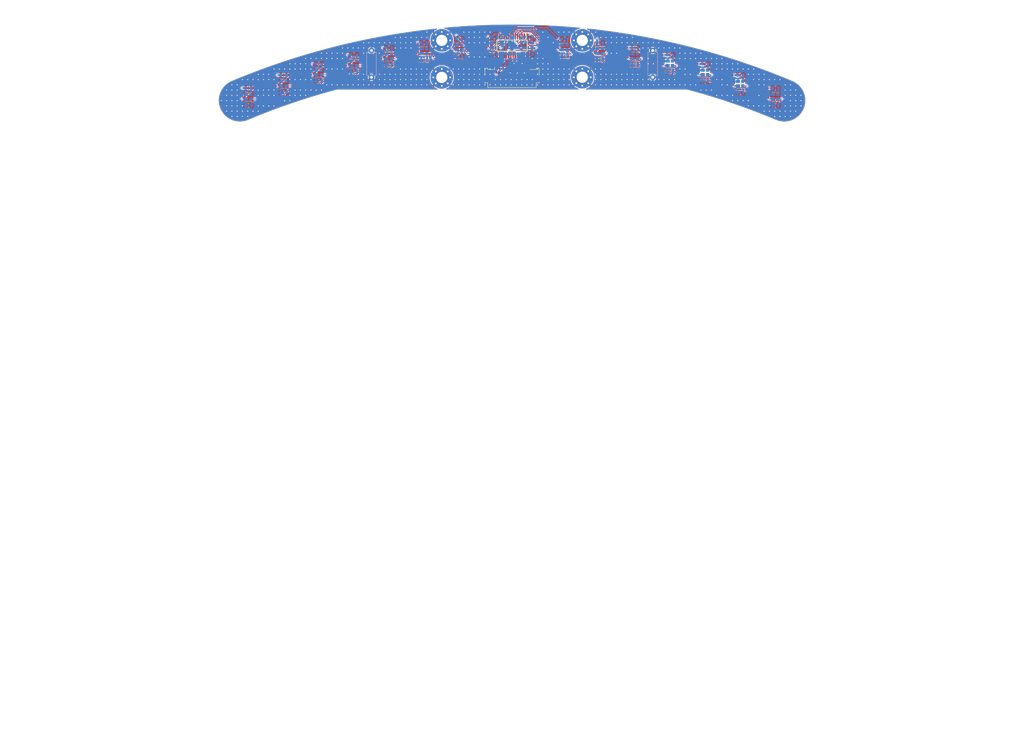
<source format=kicad_pcb>
(kicad_pcb (version 20221018) (generator pcbnew)
  (layers (0 "F.Cu" signal) (31 "B.Cu" signal) (34 "B.Paste" user) (35 "F.Paste" user) (36 "B.SilkS" user "B.Silkscreen") (37 "F.SilkS" user "F.Silkscreen") (38 "B.Mask" user) (39 "F.Mask" user) (44 "Edge.Cuts" user))
  (net 0 "")
  (net 1 "GND")
  (net 2 "+3.3V")
  (net 3 "/OUT0")
  (net 4 "/Sensor0/A")
  (net 5 "/OUT1")
  (net 6 "/OUT2")
  (net 7 "/OUT3")
  (net 8 "/OUT4")
  (net 9 "/OUT5")
  (net 10 "/OUT6")
  (net 11 "/OUT7")
  (net 12 "/OUT8")
  (net 13 "/OUT9")
  (net 14 "/OUT10")
  (net 15 "/OUT11")
  (net 16 "/OUT12")
  (net 17 "/OUT13")
  (net 18 "/OUT14")
  (net 19 "/OUT15")
  (net 20 "/~{SPI_EX1_CS}")
  (net 21 "/SPI_CLK")
  (net 22 "/SPI_MOSI")
  (net 23 "/SPI_EX_INT1")
  (net 24 "/Sensor1/A")
  (net 25 "/Sensor2/A")
  (net 26 "/Sensor3/A")
  (net 27 "/Sensor7/A")
  (net 28 "/Sensor4/A")
  (net 29 "/Sensor5/A")
  (net 30 "/Sensor6/A")
  (net 31 "/Sensor11/A")
  (net 32 "/Sensor8/A")
  (net 33 "/Sensor9/A")
  (net 34 "/Sensor10/A")
  (net 35 "/Sensor15/A")
  (net 36 "/Sensor12/A")
  (net 37 "/Sensor13/A")
  (net 38 "/Sensor14/A")
  (net 41 "/SPI_MISO")
  (footprint "Connector_FFC-FPC:Molex_200528-0100_1x10-1MP_P1.00mm_Horizontal" (layer "F.Cu") (at 141.5 74.61)
    (fp_text reference "J2" hide)
    (fp_text value "Conn_01x10_MountingPin")
  )
  (footprint "MountingHole:MountingHole_3.2mm_M3_Pad_Via" (layer "F.Cu") (at 121.5 65.5)
    (fp_text reference "H3" hide)
    (fp_text value "MountingHole_Pad")
  )
  (footprint "MountingHole:MountingHole_3.2mm_M3_Pad_Via" (layer "F.Cu") (at 161.5 76)
    (fp_text reference "H2" hide)
    (fp_text value "MountingHole_Pad" hide)
  )
  (footprint "Samacsys:SOP64P602X175-24N" (layer "F.Cu") (at 141.5 67 -90)
    (fp_text reference "IC2" hide)
    (fp_text value "MAX11643EEG+" hide)
  )
  (footprint "MountingHole:MountingHole_3.2mm_M3_Pad_Via" (layer "F.Cu") (at 121.5 76.05)
    (fp_text reference "H1" hide)
    (fp_text value "MountingHole_Pad" hide)
  )
  (footprint "MountingHole:MountingHole_3.2mm_M3_Pad_Via" (layer "F.Cu") (at 161.5 65.5)
    (fp_text reference "H4" hide)
    (fp_text value "MountingHole_Pad")
  )
  (footprint "Samacsys:VCNT2020" (layer "B.Cu") (at 176.500001 70.099999 90)
    (fp_text reference "IC7" hide)
    (fp_text value "VCNT2020" hide)
  )
  (footprint "Samacsys:VCNT2020" (layer "B.Cu") (at 96.5 72.1 90)
    (fp_text reference "IC15" hide)
    (fp_text value "VCNT2020" hide)
  )
  (footprint "Resistor_SMD:R_0603_1608Metric" (layer "B.Cu") (at 186.500001 74.599999 180)
    (fp_text reference "R7" hide)
    (fp_text value "1k")
  )
  (footprint "Samacsys:VCNT2020" (layer "B.Cu") (at 116.5 68.6 90)
    (fp_text reference "IC13" hide)
    (fp_text value "VCNT2020" hide)
  )
  (footprint "Samacsys:VCNT2020" (layer "B.Cu") (at 216.500001 81.599999 90)
    (fp_text reference "IC1" hide)
    (fp_text value "VCNT2020" hide)
  )
  (footprint "Resistor_SMD:R_0603_1608Metric" (layer "B.Cu") (at 66.5 79.1 180)
    (fp_text reference "R26" hide)
    (fp_text value "100")
  )
  (footprint "Resistor_SMD:R_0603_1608Metric" (layer "B.Cu") (at 146.500006 69.499994 180)
    (fp_text reference "R9" hide)
    (fp_text value "1k")
  )
  (footprint "Resistor_SMD:R_0603_1608Metric" (layer "B.Cu") (at 86.5 77.2 180)
    (fp_text reference "R29" hide)
    (fp_text value "1k")
  )
  (footprint "Samacsys:VCNT2020" (layer "B.Cu") (at 146.500006 66.999994 90)
    (fp_text reference "IC6" hide)
    (fp_text value "VCNT2020" hide)
  )
  (footprint "Resistor_SMD:R_0603_1608Metric" (layer "B.Cu") (at 96.5 74.6 180)
    (fp_text reference "R27" hide)
    (fp_text value "1k")
  )
  (footprint "Samacsys:VCNT2020" (layer "B.Cu") (at 206.500001 77.899999 90)
    (fp_text reference "IC3" hide)
    (fp_text value "VCNT2020" hide)
  )
  (footprint "Samacsys:VCNT2020" (layer "B.Cu") (at 156.500001 67.599999 90)
    (fp_text reference "IC9" hide)
    (fp_text value "VCNT2020" hide)
  )
  (footprint "Capacitor_SMD:C_0603_1608Metric" (layer "B.Cu") (at 142.3 70.17 90)
    (fp_text reference "C1" hide)
    (fp_text value "100nF")
  )
  (footprint "Resistor_SMD:R_0603_1608Metric" (layer "B.Cu") (at 176.500001 67.599999 180)
    (fp_text reference "R12" hide)
    (fp_text value "100")
  )
  (footprint "Resistor_SMD:R_0603_1608Metric" (layer "B.Cu") (at 126.5 70.1 180)
    (fp_text reference "R21" hide)
    (fp_text value "1k")
  )
  (footprint "Resistor_SMD:R_0603_1608Metric" (layer "B.Cu") (at 156.500001 70.099999 180)
    (fp_text reference "R15" hide)
    (fp_text value "1k")
  )
  (footprint "Resistor_SMD:R_0603_1608Metric" (layer "B.Cu") (at 206.500001 75.399999 180)
    (fp_text reference "R4" hide)
    (fp_text value "100")
  )
  (footprint "Resistor_SMD:R_0603_1608Metric" (layer "B.Cu") (at 166.500001 66.099999 180)
    (fp_text reference "R14" hide)
    (fp_text value "100")
  )
  (footprint "Samacsys:VCNT2020" (layer "B.Cu") (at 106.5 70.1 90)
    (fp_text reference "IC10" hide)
    (fp_text value "VCNT2020" hide)
  )
  (footprint "Resistor_SMD:R_0603_1608Metric" (layer "B.Cu") (at 76.5 80.4 180)
    (fp_text reference "R31" hide)
    (fp_text value "1k")
  )
  (footprint "Samacsys:VCNT2020" (layer "B.Cu") (at 136.5 67 90)
    (fp_text reference "IC11" hide)
    (fp_text value "VCNT2020" hide)
  )
  (footprint "Resistor_SMD:R_0603_1608Metric" (layer "B.Cu") (at 96.5 69.6 180)
    (fp_text reference "R28" hide)
    (fp_text value "100")
  )
  (footprint "Resistor_SMD:R_0603_1608Metric" (layer "B.Cu") (at 186.500001 69.599999 180)
    (fp_text reference "R8" hide)
    (fp_text value "100")
  )
  (footprint "Samacsys:VCNT2020" (layer "B.Cu") (at 66.5 81.6 90)
    (fp_text reference "IC14" hide)
    (fp_text value "VCNT2020" hide)
  )
  (footprint "Resistor_SMD:R_0603_1608Metric" (layer "B.Cu") (at 116.5 71.1 180)
    (fp_text reference "R23" hide)
    (fp_text value "1k")
  )
  (footprint "Resistor_THT:R_Axial_DIN0207_L6.3mm_D2.5mm_P7.62mm_Horizontal" (layer "B.Cu") (at 181.55 68.39 -90)
    (fp_text reference "R33" hide)
    (fp_text value "--")
  )
  (footprint "Resistor_SMD:R_0603_1608Metric" (layer "B.Cu") (at 126.5 65.1 180)
    (fp_text reference "R22" hide)
    (fp_text value "100")
  )
  (footprint "Resistor_SMD:R_0603_1608Metric" (layer "B.Cu") (at 66.5 84.1 180)
    (fp_text reference "R25" hide)
    (fp_text value "1k")
  )
  (footprint "Resistor_SMD:R_0603_1608Metric" (layer "B.Cu") (at 196.500001 72.199999 180)
    (fp_text reference "R6" hide)
    (fp_text value "100")
  )
  (footprint "Resistor_SMD:R_0603_1608Metric" (layer "B.Cu") (at 146.500006 64.499994 180)
    (fp_text reference "R10" hide)
    (fp_text value "100")
  )
  (footprint "Resistor_SMD:R_0603_1608Metric" (layer "B.Cu") (at 216.500001 79.099999 180)
    (fp_text reference "R2" hide)
    (fp_text value "100")
  )
  (footprint "Resistor_SMD:R_0603_1608Metric" (layer "B.Cu") (at 106.5 67.6 180)
    (fp_text reference "R18" hide)
    (fp_text value "100")
  )
  (footprint "Resistor_SMD:R_0603_1608Metric" (layer "B.Cu") (at 86.5 72.2 180)
    (fp_text reference "R30" hide)
    (fp_text value "100")
  )
  (footprint "Resistor_SMD:R_0603_1608Metric" (layer "B.Cu") (at 76.5 75.4 180)
    (fp_text reference "R32" hide)
    (fp_text value "100")
  )
  (footprint "Resistor_SMD:R_0603_1608Metric" (layer "B.Cu") (at 176.500001 72.599999 180)
    (fp_text reference "R11" hide)
    (fp_text value "1k")
  )
  (footprint "Samacsys:VCNT2020" (layer "B.Cu") (at 186.500001 72.099999 90)
    (fp_text reference "IC5" hide)
    (fp_text value "VCNT2020" hide)
  )
  (footprint "Resistor_SMD:R_0603_1608Metric" (layer "B.Cu") (at 216.500001 84.099999 180)
    (fp_text reference "R1" hide)
    (fp_text value "1k")
  )
  (footprint "Resistor_SMD:R_0603_1608Metric" (layer "B.Cu") (at 206.500001 80.399999 180)
    (fp_text reference "R3" hide)
    (fp_text value "1k")
  )
  (footprint "Resistor_SMD:R_0603_1608Metric" (layer "B.Cu") (at 106.5 72.6 180)
    (fp_text reference "R17" hide)
    (fp_text value "1k")
  )
  (footprint "Capacitor_SMD:C_0603_1608Metric" (layer "B.Cu") (at 140.7 70.17 90)
    (fp_text reference "C2" hide)
    (fp_text value "100nF")
  )
  (footprint "Samacsys:VCNT2020" (layer "B.Cu") (at 86.5 74.7 90)
    (fp_text reference "IC16" hide)
    (fp_text value "VCNT2020" hide)
  )
  (footprint "Resistor_SMD:R_0603_1608Metric" (layer "B.Cu") (at 156.500001 65.099999 180)
    (fp_text reference "R16" hide)
    (fp_text value "100")
  )
  (footprint "Samacsys:VCNT2020" (layer "B.Cu") (at 166.500001 68.599999 90)
    (fp_text reference "IC8" hide)
    (fp_text value "VCNT2020" hide)
  )
  (footprint "Samacsys:VCNT2020" (layer "B.Cu") (at 196.500001 74.699999 90)
    (fp_text reference "IC4" hide)
    (fp_text value "VCNT2020" hide)
  )
  (footprint "Resistor_THT:R_Axial_DIN0207_L6.3mm_D2.5mm_P7.62mm_Horizontal" (layer "B.Cu") (at 101.5 76.01 90)
    (fp_text reference "R34" hide)
    (fp_text value "--")
  )
  (footprint "Samacsys:VCNT2020" (layer "B.Cu") (at 76.5 77.9 90)
    (fp_text reference "IC17" hide)
    (fp_text value "VCNT2020" hide)
  )
  (footprint "Resistor_SMD:R_0603_1608Metric" (layer "B.Cu") (at 166.500001 71.099999 180)
    (fp_text reference "R13" hide)
    (fp_text value "1k")
  )
  (footprint "Resistor_SMD:R_0603_1608Metric" (layer "B.Cu") (at 136.5 69.5 180)
    (fp_text reference "R19" hide)
    (fp_text value "1k")
  )
  (footprint "Resistor_SMD:R_0603_1608Metric" (layer "B.Cu") (at 136.5 64.5 180)
    (fp_text reference "R20" hide)
    (fp_text value "100")
  )
  (footprint "Samacsys:VCNT2020" (layer "B.Cu") (at 126.5 67.6 90)
    (fp_text reference "IC12" hide)
    (fp_text value "VCNT2020" hide)
  )
  (footprint "Resistor_SMD:R_0603_1608Metric" (layer "B.Cu") (at 196.500001 77.199999 180)
    (fp_text reference "R5" hide)
    (fp_text value "1k")
  )
  (footprint "Resistor_SMD:R_0603_1608Metric" (layer "B.Cu") (at 116.5 66.1 180)
    (fp_text reference "R24" hide)
    (fp_text value "100")
  )
  (gr_arc (start 141.5 61) (mid 182.204676 65.061524) (end 221.304239 77.086116) (stroke (width 0.1)) (layer "Edge.Cuts"))
  (gr_arc (start 191.28 79.5) (mid 204.117662 83.384628) (end 216.655448 88.14906) (stroke (width 0.1)) (layer "Edge.Cuts"))
  (gr_arc (start 61.721358 77.075362) (mid 100.808944 65.05884) (end 141.5 61) (stroke (width 0.1)) (layer "Edge.Cuts"))
  (gr_arc (start 221.304239 77.086117) (mid 224.511315 84.941983) (end 216.655448 88.149059) (stroke (width 0.1)) (layer "Edge.Cuts"))
  (gr_arc (start 66.368657 88.138933) (mid 78.894715 83.380418) (end 91.72 79.5) (stroke (width 0.1)) (layer "Edge.Cuts"))
  (gr_line (start 91.72 79.5) (end 191.28 79.5) (stroke (width 0.1)) (layer "Edge.Cuts"))
  (gr_arc (start 66.368657 88.138934) (mid 58.513222 84.930797) (end 61.721358 77.075362) (stroke (width 0.1)) (layer "Edge.Cuts"))
  (via (at 148.761003 72.1625) (size 0.5) (drill 0.3) (layers "F.Cu" "B.Cu") (net 1))
  (via (at 205.761003 72.1625) (size 0.5) (drill 0.3) (layers "F.Cu" "B.Cu") (net 1))
  (via (at 196.761003 70.6625) (size 0.5) (drill 0.3) (layers "F.Cu" "B.Cu") (net 1))
  (via (at 193.761003 70.6625) (size 0.5) (drill 0.3) (layers "F.Cu" "B.Cu") (net 1))
  (via (at 132.261003 78.1625) (size 0.5) (drill 0.3) (layers "F.Cu" "B.Cu") (net 1))
  (via (at 105.261003 66.1625) (size 0.5) (drill 0.3) (layers "F.Cu" "B.Cu") (net 1))
  (via (at 210.261003 76.6625) (size 0.5) (drill 0.3) (layers "F.Cu" "B.Cu") (net 1))
  (via (at 91.761003 73.6625) (size 0.5) (drill 0.3) (layers "F.Cu" "B.Cu") (net 1))
  (via (at 88.761003 70.6625) (size 0.5) (drill 0.3) (layers "F.Cu" "B.Cu") (net 1))
  (via (at 223.761003 81.1625) (size 0.5) (drill 0.3) (layers "F.Cu" "B.Cu") (net 1))
  (via (at 91.761003 78.1625) (size 0.5) (drill 0.3) (layers "F.Cu" "B.Cu") (net 1))
  (via (at 105.261003 76.6625) (size 0.5) (drill 0.3) (layers "F.Cu" "B.Cu") (net 1))
  (via (at 112.761003 67.6625) (size 0.5) (drill 0.3) (layers "F.Cu" "B.Cu") (net 1))
  (via (at 108.261003 67.6625) (size 0.5) (drill 0.3) (layers "F.Cu" "B.Cu") (net 1))
  (via (at 82.761003 79.6625) (size 0.5) (drill 0.3) (layers "F.Cu" "B.Cu") (net 1))
  (via (at 180.261003 66.1625) (size 0.5) (drill 0.3) (layers "F.Cu" "B.Cu") (net 1))
  (via (at 132.261003 66.1625) (size 0.5) (drill 0.3) (layers "F.Cu" "B.Cu") (net 1))
  (via (at 78.261003 82.6625) (size 0.5) (drill 0.3) (layers "F.Cu" "B.Cu") (net 1))
  (via (at 202.761003 78.1625) (size 0.5) (drill 0.3) (layers "F.Cu" "B.Cu") (net 1))
  (via (at 192.261003 69.1625) (size 0.5) (drill 0.3) (layers "F.Cu" "B.Cu") (net 1))
  (via (at 166.761003 75.1625) (size 0.5) (drill 0.3) (layers "F.Cu" "B.Cu") (net 1))
  (via (at 148.761003 78.1625) (size 0.5) (drill 0.3) (layers "F.Cu" "B.Cu") (net 1))
  (via (at 96.261003 67.6625) (size 0.5) (drill 0.3) (layers "F.Cu" "B.Cu") (net 1))
  (via (at 211.761003 78.1625) (size 0.5) (drill 0.3) (layers "F.Cu" "B.Cu") (net 1))
  (via (at 129.261003 63.1625) (size 0.5) (drill 0.3) (layers "F.Cu" "B.Cu") (net 1))
  (via (at 139.761003 76.6625) (size 0.5) (drill 0.3) (layers "F.Cu" "B.Cu") (net 1))
  (via (at 70.761003 76.6625) (size 0.5) (drill 0.3) (layers "F.Cu" "B.Cu") (net 1))
  (via (at 70.761003 79.6625) (size 0.5) (drill 0.3) (layers "F.Cu" "B.Cu") (net 1))
  (via (at 63.261003 82.6625) (size 0.5) (drill 0.3) (layers "F.Cu" "B.Cu") (net 1))
  (via (at 61.761003 78.1625) (size 0.5) (drill 0.3) (layers "F.Cu" "B.Cu") (net 1))
  (via (at 115.761003 75.1625) (size 0.5) (drill 0.3) (layers "F.Cu" "B.Cu") (net 1))
  (via (at 69.261003 84.1625) (size 0.5) (drill 0.3) (layers "F.Cu" "B.Cu") (net 1))
  (via (at 63.261003 87.1625) (size 0.5) (drill 0.3) (layers "F.Cu" "B.Cu") (net 1))
  (via (at 222.261003 82.6625) (size 0.5) (drill 0.3) (layers "F.Cu" "B.Cu") (net 1))
  (via (at 103.761003 69.1625) (size 0.5) (drill 0.3) (layers "F.Cu" "B.Cu") (net 1))
  (via (at 222.261003 85.6625) (size 0.5) (drill 0.3) (layers "F.Cu" "B.Cu") (net 1))
  (via (at 193.761003 78.1625) (size 0.5) (drill 0.3) (layers "F.Cu" "B.Cu") (net 1))
  (via (at 216.261003 85.6625) (size 0.5) (drill 0.3) (layers "F.Cu" "B.Cu") (net 1))
  (via (at 94.761003 78.1625) (size 0.5) (drill 0.3) (layers "F.Cu" "B.Cu") (net 1))
  (via (at 198.261003 79.6625) (size 0.5) (drill 0.3) (layers "F.Cu" "B.Cu") (net 1))
  (via (at 147.261003 70.6625) (size 0.5) (drill 0.3) (layers "F.Cu" "B.Cu") (net 1))
  (via (at 202.761003 73.6625) (size 0.5) (drill 0.3) (layers "F.Cu" "B.Cu") (net 1))
  (via (at 108.261003 64.6625) (size 0.5) (drill 0.3) (layers "F.Cu" "B.Cu") (net 1))
  (via (at 132.261003 73.6625) (size 0.5) (drill 0.3) (layers "F.Cu" "B.Cu") (net 1))
  (via (at 177.261003 78.1625) (size 0.5) (drill 0.3) (layers "F.Cu" "B.Cu") (net 1))
  (via (at 99.261003 78.1625) (size 0.5) (drill 0.3) (layers "F.Cu" "B.Cu") (net 1))
  (via (at 78.261003 73.6625) (size 0.5) (drill 0.3) (layers "F.Cu" "B.Cu") (net 1))
  (via (at 168.261003 75.1625) (size 0.5) (drill 0.3) (layers "F.Cu" "B.Cu") (net 1))
  (via (at 132.261003 76.6625) (size 0.5) (drill 0.3) (layers "F.Cu" "B.Cu") (net 1))
  (via (at 75.261003 73.6625) (size 0.5) (drill 0.3) (layers "F.Cu" "B.Cu") (net 1))
  (via (at 90.261003 69.1625) (size 0.5) (drill 0.3) (layers "F.Cu" "B.Cu") (net 1))
  (via (at 112.761003 76.6625) (size 0.5) (drill 0.3) (layers "F.Cu" "B.Cu") (net 1))
  (via (at 133.761003 73.6625) (size 0.5) (drill 0.3) (layers "F.Cu" "B.Cu") (net 1))
  (via (at 124.761003 73.6625) (size 0.5) (drill 0.3) (layers "F.Cu" "B.Cu") (net 1))
  (via (at 132.27 70.24) (size 0.5) (drill 0.3) (layers "F.Cu" "B.Cu") (net 1))
  (via (at 151.761003 64.6625) (size 0.5) (drill 0.3) (layers "F.Cu" "B.Cu") (net 1))
  (via (at 175.761003 75.1625) (size 0.5) (drill 0.3) (layers "F.Cu" "B.Cu") (net 1))
  (via (at 140.7 67.43) (size 0.5) (drill 0.3) (layers "F.Cu" "B.Cu") (net 1))
  (via (at 61.761003 81.1625) (size 0.5) (drill 0.3) (layers "F.Cu" "B.Cu") (net 1))
  (via (at 66.261003 87.1625) (size 0.5) (drill 0.3) (layers "F.Cu" "B.Cu") (net 1))
  (via (at 189.261003 67.6625) (size 0.5) (drill 0.3) (layers "F.Cu" "B.Cu") (net 1))
  (via (at 150.261003 72.1625) (size 0.5) (drill 0.3) (layers "F.Cu" "B.Cu") (net 1))
  (via (at 196.761003 79.6625) (size 0.5) (drill 0.3) (layers "F.Cu" "B.Cu") (net 1))
  (via (at 82.761003 81.1625) (size 0.5) (drill 0.3) (layers "F.Cu" "B.Cu") (net 1))
  (via (at 129.261003 75.1625) (size 0.5) (drill 0.3) (layers "F.Cu" "B.Cu") (net 1))
  (via (at 166.761003 64.6625) (size 0.5) (drill 0.3) (layers "F.Cu" "B.Cu") (net 1))
  (via (at 141 74.79) (size 0.5) (drill 0.3) (layers "F.Cu" "B.Cu") (net 1))
  (via (at 190.761003 75.1625) (size 0.5) (drill 0.3) (layers "F.Cu" "B.Cu") (net 1))
  (via (at 174.261003 75.1625) (size 0.5) (drill 0.3) (layers "F.Cu" "B.Cu") (net 1))
  (via (at 201.261003 73.6625) (size 0.5) (drill 0.3) (layers "F.Cu" "B.Cu") (net 1))
  (via (at 201.261003 70.6625) (size 0.5) (drill 0.3) (layers "F.Cu" "B.Cu") (net 1))
  (via (at 183.261003 67.6625) (size 0.5) (drill 0.3) (layers "F.Cu" "B.Cu") (net 1))
  (via (at 70.761003 75.1625) (size 0.5) (drill 0.3) (layers "F.Cu" "B.Cu") (net 1))
  (via (at 208.761003 82.6625) (size 0.5) (drill 0.3) (layers "F.Cu" "B.Cu") (net 1))
  (via (at 129.261003 64.6625) (size 0.5) (drill 0.3) (layers "F.Cu" "B.Cu") (net 1))
  (via (at 99.261003 76.6625) (size 0.5) (drill 0.3) (layers "F.Cu" "B.Cu") (net 1))
  (via (at 172.761003 66.1625) (size 0.5) (drill 0.3) (layers "F.Cu" "B.Cu") (net 1))
  (via (at 175.761003 64.6625) (size 0.5) (drill 0.3) (layers "F.Cu" "B.Cu") (net 1))
  (via (at 84.261003 70.6625) (size 0.5) (drill 0.3) (layers "F.Cu" "B.Cu") (net 1))
  (via (at 189.261003 70.6625) (size 0.5) (drill 0.3) (layers "F.Cu" "B.Cu") (net 1))
  (via (at 214.761003 85.6625) (size 0.5) (drill 0.3) (layers "F.Cu" "B.Cu") (net 1))
  (via (at 169.761003 66.1625) (size 0.5) (drill 0.3) (layers "F.Cu" "B.Cu") (net 1))
  (via (at 143 74.8) (size 0.5) (drill 0.3) (layers "F.Cu" "B.Cu") (net 1))
  (via (at 61.761003 87.1625) (size 0.5) (drill 0.3) (layers "F.Cu" "B.Cu") (net 1))
  (via (at 132.261003 75.1625) (size 0.5) (drill 0.3) (layers "F.Cu" "B.Cu") (net 1))
  (via (at 156.261003 78.1625) (size 0.5) (drill 0.3) (layers "F.Cu" "B.Cu") (net 1))
  (via (at 213.261003 78.1625) (size 0.5) (drill 0.3) (layers "F.Cu" "B.Cu") (net 1))
  (via (at 82.761003 76.6625) (size 0.5) (drill 0.3) (layers "F.Cu" "B.Cu") (net 1))
  (via (at 135.261003 63.1625) (size 0.5) (drill 0.3) (layers "F.Cu" "B.Cu") (net 1))
  (via (at 169.761003 78.1625) (size 0.5) (drill 0.3) (layers "F.Cu" "B.Cu") (net 1))
  (via (at 157.761003 78.1625) (size 0.5) (drill 0.3) (layers "F.Cu" "B.Cu") (net 1))
  (via (at 166.761003 76.6625) (size 0.5) (drill 0.3) (layers "F.Cu" "B.Cu") (net 1))
  (via (at 213.261003 76.6625) (size 0.5) (drill 0.3) (layers "F.Cu" "B.Cu") (net 1))
  (via (at 73.761003 84.1625) (size 0.5) (drill 0.3) (layers "F.Cu" "B.Cu") (net 1))
  (via (at 204.261003 72.1625) (size 0.5) (drill 0.3) (layers "F.Cu" "B.Cu") (net 1))
  (via (at 165.261003 63.1625) (size 0.5) (drill 0.3) (layers "F.Cu" "B.Cu") (net 1))
  (via (at 174.261003 78.1625) (size 0.5) (drill 0.3) (layers "F.Cu" "B.Cu") (net 1))
  (via (at 79.761003 81.1625) (size 0.5) (drill 0.3) (layers "F.Cu" "B.Cu") (net 1))
  (via (at 213.261003 75.1625) (size 0.5) (drill 0.3) (layers "F.Cu" "B.Cu") (net 1))
  (via (at 168.261003 66.1625) (size 0.5) (drill 0.3) (layers "F.Cu" "B.Cu") (net 1))
  (via (at 145.761003 76.6625) (size 0.5) (drill 0.3) (layers "F.Cu" "B.Cu") (net 1))
  (via (at 195.261003 70.6625) (size 0.5) (drill 0.3) (layers "F.Cu" "B.Cu") (net 1))
  (via (at 187.761003 78.1625) (size 0.5) (drill 0.3) (layers "F.Cu" "B.Cu") (net 1))
  (via (at 189.261003 73.6625) (size 0.5) (drill 0.3) (layers "F.Cu" "B.Cu") (net 1))
  (via (at 84.261003 73.6625) (size 0.5) (drill 0.3) (layers "F.Cu" "B.Cu") (net 1))
  (via (at 180.261003 72.1625) (size 0.5) (drill 0.3) (layers "F.Cu" "B.Cu") (net 1))
  (via (at 63.261003 81.1625) (size 0.5) (drill 0.3) (layers "F.Cu" "B.Cu") (net 1))
  (via (at 157.761003 75.1625) (size 0.5) (drill 0.3) (layers "F.Cu" "B.Cu") (net 1))
  (via (at 171.261003 76.6625) (size 0.5) (drill 0.3) (layers "F.Cu" "B.Cu") (net 1))
  (via (at 61.761003 82.6625) (size 0.5) (drill 0.3) (layers "F.Cu" "B.Cu") (net 1))
  (via (at 217.761003 87.1625) (size 0.5) (drill 0.3) (layers "F.Cu" "B.Cu") (net 1))
  (via (at 151.761003 73.6625) (size 0.5) (drill 0.3) (layers "F.Cu" "B.Cu") (net 1))
  (via (at 87.261003 69.1625) (size 0.5) (drill 0.3) (layers "F.Cu" "B.Cu") (net 1))
  (via (at 79.761003 76.6625) (size 0.5) (drill 0.3) (layers "F.Cu" "B.Cu") (net 1))
  (via (at 106.761003 66.1625) (size 0.5) (drill 0.3) (layers "F.Cu" "B.Cu") (net 1))
  (via (at 135.261003 78.1625) (size 0.5) (drill 0.3) (layers "F.Cu" "B.Cu") (net 1))
  (via (at 79.761003 73.6625) (size 0.5) (drill 0.3) (layers "F.Cu" "B.Cu") (net 1))
  (via (at 172.761003 76.6625) (size 0.5) (drill 0.3) (layers "F.Cu" "B.Cu") (net 1))
  (via (at 177.261003 76.6625) (size 0.5) (drill 0.3) (layers "F.Cu" "B.Cu") (net 1))
  (via (at 130.761003 76.6625) (size 0.5) (drill 0.3) (layers "F.Cu" "B.Cu") (net 1))
  (via (at 210.261003 73.6625) (size 0.5) (drill 0.3) (layers "F.Cu" "B.Cu") (net 1))
  (via (at 199.761003 72.1625) (size 0.5) (drill 0.3) (layers "F.Cu" "B.Cu") (net 1))
  (via (at 201.261003 81.1625) (size 0.5) (drill 0.3) (layers "F.Cu" "B.Cu") (net 1))
  (via (at 204.261003 81.1625) (size 0.5) (drill 0.3) (layers "F.Cu" "B.Cu") (net 1))
  (via (at 90.261003 73.6625) (size 0.5) (drill 0.3) (layers "F.Cu" "B.Cu") (net 1))
  (via (at 133.761003 63.1625) (size 0.5) (drill 0.3) (layers "F.Cu" "B.Cu") (net 1))
  (via (at 138.261003 76.6625) (size 0.5) (drill 0.3) (layers "F.Cu" "B.Cu") (net 1))
  (via (at 172.761003 78.1625) (size 0.5) (drill 0.3) (layers "F.Cu" "B.Cu") (net 1))
  (via (at 73.761003 73.6625) (size 0.5) (drill 0.3) (layers "F.Cu" "B.Cu") (net 1))
  (via (at 165.261003 75.1625) (size 0.5) (drill 0.3) (layers "F.Cu" "B.Cu") (net 1))
  (via (at 217.761003 76.6625) (size 0.5) (drill 0.3) (layers "F.Cu" "B.Cu") (net 1))
  (via (at 60.261003 85.6625) (size 0.5) (drill 0.3) (layers "F.Cu" "B.Cu") (net 1))
  (via (at 177.261003 66.1625) (size 0.5) (drill 0.3) (layers "F.Cu" "B.Cu") (net 1))
  (via (at 64.761003 85.6625) (size 0.5) (drill 0.3) (layers "F.Cu" "B.Cu") (net 1))
  (via (at 154.761003 73.6625) (size 0.5) (drill 0.3) (layers "F.Cu" "B.Cu") (net 1))
  (via (at 205.761003 73.6625) (size 0.5) (drill 0.3) (layers "F.Cu" "B.Cu") (net 1))
  (via (at 63.261003 85.6625) (size 0.5) (drill 0.3) (layers "F.Cu" "B.Cu") (net 1))
  (via (at 63.261003 84.1625) (size 0.5) (drill 0.3) (layers "F.Cu" "B.Cu") (net 1))
  (via (at 111.261003 75.1625) (size 0.5) (drill 0.3) (layers "F.Cu" "B.Cu") (net 1))
  (via (at 117.261003 64.6625) (size 0.5) (drill 0.3) (layers "F.Cu" "B.Cu") (net 1))
  (via (at 145.761003 78.1625) (size 0.5) (drill 0.3) (layers "F.Cu" "B.Cu") (net 1))
  (via (at 130.761003 73.6625) (size 0.5) (drill 0.3) (layers "F.Cu" "B.Cu") (net 1))
  (via (at 156.261003 75.1625) (size 0.5) (drill 0.3) (layers "F.Cu" "B.Cu") (net 1))
  (via (at 141.261003 78.1625) (size 0.5) (drill 0.3) (layers "F.Cu" "B.Cu") (net 1))
  (via (at 153.261003 73.6625) (size 0.5) (drill 0.3) (layers "F.Cu" "B.Cu") (net 1))
  (via (at 213.261003 84.1625) (size 0.5) (drill 0.3) (layers "F.Cu" "B.Cu") (net 1))
  (via (at 90.261003 70.6625) (size 0.5) (drill 0.3) (layers "F.Cu" "B.Cu") (net 1))
  (via (at 208.761003 75.1625) (size 0.5) (drill 0.3) (layers "F.Cu" "B.Cu") (net 1))
  (via (at 79.761003 72.1625) (size 0.5) (drill 0.3) (layers "F.Cu" "B.Cu") (net 1))
  (via (at 111.261003 64.6625) (size 0.5) (drill 0.3) (layers "F.Cu" "B.Cu") (net 1))
  (via (at 169.761003 64.6625) (size 0.5) (drill 0.3) (layers "F.Cu" "B.Cu") (net 1))
  (via (at 111.261003 66.1625) (size 0.5) (drill 0.3) (layers "F.Cu" "B.Cu") (net 1))
  (via (at 93.261003 69.1625) (size 0.5) (drill 0.3) (layers "F.Cu" "B.Cu") (net 1))
  (via (at 109.761003 64.6625) (size 0.5) (drill 0.3) (layers "F.Cu" "B.Cu") (net 1))
  (via (at 156.261003 76.6625) (size 0.5) (drill 0.3) (layers "F.Cu" "B.Cu") (net 1))
  (via (at 171.261003 66.1625) (size 0.5) (drill 0.3) (layers "F.Cu" "B.Cu") (net 1))
  (via (at 79.761003 79.6625) (size 0.5) (drill 0.3) (layers "F.Cu" "B.Cu") (net 1))
  (via (at 198.261003 72.1625) (size 0.5) (drill 0.3) (layers "F.Cu" "B.Cu") (net 1))
  (via (at 82.761003 72.1625) (size 0.5) (drill 0.3) (layers "F.Cu" "B.Cu") (net 1))
  (via (at 208.761003 73.6625) (size 0.5) (drill 0.3) (layers "F.Cu" "B.Cu") (net 1))
  (via (at 139.761003 78.1625) (size 0.5) (drill 0.3) (layers "F.Cu" "B.Cu") (net 1))
  (via (at 187.761003 67.6625) (size 0.5) (drill 0.3) (layers "F.Cu" "B.Cu") (net 1))
  (via (at 135.261003 75.1625) (size 0.5) (drill 0.3) (layers "F.Cu" "B.Cu") (net 1))
  (via (at 127.761003 73.6625) (size 0.5) (drill 0.3) (layers "F.Cu" "B.Cu") (net 1))
  (via (at 214.761003 84.1625) (size 0.5) (drill 0.3) (layers "F.Cu" "B.Cu") (net 1))
  (via (at 76.761003 82.6625) (size 0.5) (drill 0.3) (layers "F.Cu" "B.Cu") (net 1))
  (via (at 184.761003 76.6625) (size 0.5) (drill 0.3) (layers "F.Cu" "B.Cu") (net 1))
  (via (at 199.761003 70.6625) (size 0.5) (drill 0.3) (layers "F.Cu" "B.Cu") (net 1))
  (via (at 177.261003 75.1625) (size 0.5) (drill 0.3) (layers "F.Cu" "B.Cu") (net 1))
  (via (at 126.261003 76.6625) (size 0.5) (drill 0.3) (layers "F.Cu" "B.Cu") (net 1))
  (via (at 181.761003 72.1625) (size 0.5) (drill 0.3) (layers "F.Cu" "B.Cu") (net 1))
  (via (at 64.761003 76.6625) (size 0.5) (drill 0.3) (layers "F.Cu" "B.Cu") (net 1))
  (via (at 220.761003 79.6625) (size 0.5) (drill 0.3) (layers "F.Cu" "B.Cu") (net 1))
  (via (at 106.761003 78.1625) (size 0.5) (drill 0.3) (layers "F.Cu" "B.Cu") (net 1))
  (via (at 99.261003 69.1625) (size 0.5) (drill 0.3) (layers "F.Cu" "B.Cu") (net 1))
  (via (at 192.261003 70.6625) (size 0.5) (drill 0.3) (layers "F.Cu" "B.Cu") (net 1))
  (via (at 142.761003 78.1625) (size 0.5) (drill 0.3) (layers "F.Cu" "B.Cu") (net 1))
  (via (at 103.761003 75.1625) (size 0.5) (drill 0.3) (layers "F.Cu" "B.Cu") (net 1))
  (via (at 211.761003 75.1625) (size 0.5) (drill 0.3) (layers "F.Cu" "B.Cu") (net 1))
  (via (at 88.761003 69.1625) (size 0.5) (drill 0.3) (layers "F.Cu" "B.Cu") (net 1))
  (via (at 109.761003 75.1625) (size 0.5) (drill 0.3) (layers "F.Cu" "B.Cu") (net 1))
  (via (at 154.761003 76.6625) (size 0.5) (drill 0.3) (layers "F.Cu" "B.Cu") (net 1))
  (via (at 85.761003 70.6625) (size 0.5) (drill 0.3) (layers "F.Cu" "B.Cu") (net 1))
  (via (at 117.261003 78.1625) (size 0.5) (drill 0.3) (layers "F.Cu" "B.Cu") (net 1))
  (via (at 171.261003 75.1625) (size 0.5) (drill 0.3) (layers "F.Cu" "B.Cu") (net 1))
  (via (at 97.761003 67.6625) (size 0.5) (drill 0.3) (layers "F.Cu" "B.Cu") (net 1))
  (via (at 99.261003 67.6625) (size 0.5) (drill 0.3) (layers "F.Cu" "B.Cu") (net 1))
  (via (at 171.261003 78.1625) (size 0.5) (drill 0.3) (layers "F.Cu" "B.Cu") (net 1))
  (via (at 190.761003 78.1625) (size 0.5) (drill 0.3) (layers "F.Cu" "B.Cu") (net 1))
  (via (at 70.761003 84.1625) (size 0.5) (drill 0.3) (layers "F.Cu" "B.Cu") (net 1))
  (via (at 208.761003 84.1625) (size 0.5) (drill 0.3) (layers "F.Cu" "B.Cu") (net 1))
  (via (at 129.261003 76.6625) (size 0.5) (drill 0.3) (layers "F.Cu" "B.Cu") (net 1))
  (via (at 211.761003 84.1625) (size 0.5) (drill 0.3) (layers "F.Cu" "B.Cu") (net 1))
  (via (at 181.761003 78.1625) (size 0.5) (drill 0.3) (layers "F.Cu" "B.Cu") (net 1))
  (via (at 220.761003 87.1625) (size 0.5) (drill 0.3) (layers "F.Cu" "B.Cu") (net 1))
  (via (at 174.261003 66.1625) (size 0.5) (drill 0.3) (layers "F.Cu" "B.Cu") (net 1))
  (via (at 186.261003 78.1625) (size 0.5) (drill 0.3) (layers "F.Cu" "B.Cu") (net 1))
  (via (at 108.261003 78.1625) (size 0.5) (drill 0.3) (layers "F.Cu" "B.Cu") (net 1))
  (via (at 69.261003 81.1625) (size 0.5) (drill 0.3) (layers "F.Cu" "B.Cu") (net 1))
  (via (at 66.261003 76.6625) (size 0.5) (drill 0.3) (layers "F.Cu" "B.Cu") (net 1))
  (via (at 78.261003 76.6625) (size 0.5) (drill 0.3) (layers "F.Cu" "B.Cu") (net 1))
  (via (at 114.261003 78.1625) (size 0.5) (drill 0.3) (layers "F.Cu" "B.Cu") (net 1))
  (via (at 115.761003 73.6625) (size 0.5) (drill 0.3) (layers "F.Cu" "B.Cu") (net 1))
  (via (at 117.261003 73.6625) (size 0.5) (drill 0.3) (layers "F.Cu" "B.Cu") (net 1))
  (via (at 141.261003 76.6625) (size 0.5) (drill 0.3) (layers "F.Cu" "B.Cu") (net 1))
  (via (at 216.261003 76.6625) (size 0.5) (drill 0.3) (layers "F.Cu" "B.Cu") (net 1))
  (via (at 85.761003 79.6625) (size 0.5) (drill 0.3) (layers "F.Cu" "B.Cu") (net 1))
  (via (at 136.761003 78.1625) (size 0.5) (drill 0.3) (layers "F.Cu" "B.Cu") (net 1))
  (via (at 96.261003 78.1625) (size 0.5) (drill 0.3) (layers "F.Cu" "B.Cu") (net 1))
  (via (at 157.761003 76.6625) (size 0.5) (drill 0.3) (layers "F.Cu" "B.Cu") (net 1))
  (via (at 78.261003 81.1625) (size 0.5) (drill 0.3) (layers "F.Cu" "B.Cu") (net 1))
  (via (at 192.261003 78.1625) (size 0.5) (drill 0.3) (layers "F.Cu" "B.Cu") (net 1))
  (via (at 93.261003 67.6625) (size 0.5) (drill 0.3) (layers "F.Cu" "B.Cu") (net 1))
  (via (at 156.261003 73.6625) (size 0.5) (drill 0.3) (layers "F.Cu" "B.Cu") (net 1))
  (via (at 115.761003 64.6625) (size 0.5) (drill 0.3) (layers "F.Cu" "B.Cu") (net 1))
  (via (at 223.761003 84.1625) (size 0.5) (drill 0.3) (layers "F.Cu" "B.Cu") (net 1))
  (via (at 135.261003 73.6625) (size 0.5) (drill 0.3) (layers "F.Cu" "B.Cu") (net 1))
  (via (at 112.761003 73.6625) (size 0.5) (drill 0.3) (layers "F.Cu" "B.Cu") (net 1))
  (via (at 201.261003 72.1625) (size 0.5) (drill 0.3) (layers "F.Cu" "B.Cu") (net 1))
  (via (at 73.761003 81.1625) (size 0.5) (drill 0.3) (layers "F.Cu" "B.Cu") (net 1))
  (via (at 144.72 66.31) (size 0.5) (drill 0.3) (layers "F.Cu" "B.Cu") (net 1))
  (via (at 180.261003 67.6625) (size 0.5) (drill 0.3) (layers "F.Cu" "B.Cu") (net 1))
  (via (at 84.261003 76.6625) (size 0.5) (drill 0.3) (layers "F.Cu" "B.Cu") (net 1))
  (via (at 153.261003 66.1625) (size 0.5) (drill 0.3) (layers "F.Cu" "B.Cu") (net 1))
  (via (at 142.761003 76.6625) (size 0.5) (drill 0.3) (layers "F.Cu" "B.Cu") (net 1))
  (via (at 91.761003 69.1625) (size 0.5) (drill 0.3) (layers "F.Cu" "B.Cu") (net 1))
  (via (at 219.261003 85.6625) (size 0.5) (drill 0.3) (layers "F.Cu" "B.Cu") (net 1))
  (via (at 67.761003 85.6625) (size 0.5) (drill 0.3) (layers "F.Cu" "B.Cu") (net 1))
  (via (at 97.761003 78.1625) (size 0.5) (drill 0.3) (layers "F.Cu" "B.Cu") (net 1))
  (via (at 172.761003 64.6625) (size 0.5) (drill 0.3) (layers "F.Cu" "B.Cu") (net 1))
  (via (at 106.761003 75.1625) (size 0.5) (drill 0.3) (layers "F.Cu" "B.Cu") (net 1))
  (via (at 180.261003 70.6625) (size 0.5) (drill 0.3) (layers "F.Cu" "B.Cu") (net 1))
  (via (at 93.261003 70.6625) (size 0.5) (drill 0.3) (layers "F.Cu" "B.Cu") (net 1))
  (via (at 190.761003 69.1625) (size 0.5) (drill 0.3) (layers "F.Cu" "B.Cu") (net 1))
  (via (at 204.261003 82.6625) (size 0.5) (drill 0.3) (layers "F.Cu" "B.Cu") (net 1))
  (via (at 192.261003 75.1625) (size 0.5) (drill 0.3) (layers "F.Cu" "B.Cu") (net 1))
  (via (at 67.761003 76.6625) (size 0.5) (drill 0.3) (layers "F.Cu" "B.Cu") (net 1))
  (via (at 78.261003 72.1625) (size 0.5) (drill 0.3) (layers "F.Cu" "B.Cu") (net 1))
  (via (at 69.261003 79.6625) (size 0.5) (drill 0.3) (layers "F.Cu" "B.Cu") (net 1))
  (via (at 61.761003 79.6625) (size 0.5) (drill 0.3) (layers "F.Cu" "B.Cu") (net 1))
  (via (at 150.261003 73.6625) (size 0.5) (drill 0.3) (layers "F.Cu" "B.Cu") (net 1))
  (via (at 87.261003 79.6625) (size 0.5) (drill 0.3) (layers "F.Cu" "B.Cu") (net 1))
  (via (at 129.261003 66.1625) (size 0.5) (drill 0.3) (layers "F.Cu" "B.Cu") (net 1))
  (via (at 153.261003 75.1625) (size 0.5) (drill 0.3) (layers "F.Cu" "B.Cu") (net 1))
  (via (at 102.261003 66.1625) (size 0.5) (drill 0.3) (layers "F.Cu" "B.Cu") (net 1))
  (via (at 214.761003 76.6625) (size 0.5) (drill 0.3) (layers "F.Cu" "B.Cu") (net 1))
  (via (at 111.261003 76.6625) (size 0.5) (drill 0.3) (layers "F.Cu" "B.Cu") (net 1))
  (via (at 205.761003 82.6625) (size 0.5) (drill 0.3) (layers "F.Cu" "B.Cu") (net 1))
  (via (at 126.261003 78.1625) (size 0.5) (drill 0.3) (layers "F.Cu" "B.Cu") (net 1))
  (via (at 180.261003 78.1625) (size 0.5) (drill 0.3) (layers "F.Cu" "B.Cu") (net 1))
  (via (at 106.761003 76.6625) (size 0.5) (drill 0.3) (layers "F.Cu" "B.Cu") (net 1))
  (via (at 146.5 65.27) (size 0.5) (drill 0.3) (layers "F.Cu" "B.Cu") (net 1))
  (via (at 105.261003 75.1625) (size 0.5) (drill 0.3) (layers "F.Cu" "B.Cu") (net 1))
  (via (at 150.261003 63.1625) (size 0.5) (drill 0.3) (layers "F.Cu" "B.Cu") (net 1))
  (via (at 126.261003 73.6625) (size 0.5) (drill 0.3) (layers "F.Cu" "B.Cu") (net 1))
  (via (at 81.261003 76.6625) (size 0.5) (drill 0.3) (layers "F.Cu" "B.Cu") (net 1))
  (via (at 148.761003 75.1625) (size 0.5) (drill 0.3) (layers "F.Cu" "B.Cu") (net 1))
  (via (at 217.761003 85.6625) (size 0.5) (drill 0.3) (layers "F.Cu" "B.Cu") (net 1))
  (via (at 219.261003 81.1625) (size 0.5) (drill 0.3) (layers "F.Cu" "B.Cu") (net 1))
  (via (at 117.261003 75.1625) (size 0.5) (drill 0.3) (layers "F.Cu" "B.Cu") (net 1))
  (via (at 141.5 65.75) (size 0.5) (drill 0.3) (layers "F.Cu" "B.Cu") (net 1))
  (via (at 174.261003 76.6625) (size 0.5) (drill 0.3) (layers "F.Cu" "B.Cu") (net 1))
  (via (at 103.761003 78.1625) (size 0.5) (drill 0.3) (layers "F.Cu" "B.Cu") (net 1))
  (via (at 130.761003 64.6625) (size 0.5) (drill 0.3) (layers "F.Cu" "B.Cu") (net 1))
  (via (at 133.761003 75.1625) (size 0.5) (drill 0.3) (layers "F.Cu" "B.Cu") (net 1))
  (via (at 219.261003 78.1625) (size 0.5) (drill 0.3) (layers "F.Cu" "B.Cu") (net 1))
  (via (at 151.761003 78.1625) (size 0.5) (drill 0.3) (layers "F.Cu" "B.Cu") (net 1))
  (via (at 190.761003 70.6625) (size 0.5) (drill 0.3) (layers "F.Cu" "B.Cu") (net 1))
  (via (at 199.761003 76.6625) (size 0.5) (drill 0.3) (layers "F.Cu" "B.Cu") (net 1))
  (via (at 207.261003 82.6625) (size 0.5) (drill 0.3) (layers "F.Cu" "B.Cu") (net 1))
  (via (at 174.261003 64.6625) (size 0.5) (drill 0.3) (layers "F.Cu" "B.Cu") (net 1))
  (via (at 204.261003 73.6625) (size 0.5) (drill 0.3) (layers "F.Cu" "B.Cu") (net 1))
  (via (at 112.761003 75.1625) (size 0.5) (drill 0.3) (layers "F.Cu" "B.Cu") (net 1))
  (via (at 195.261003 79.6625) (size 0.5) (drill 0.3) (layers "F.Cu" "B.Cu") (net 1))
  (via (at 117.261003 76.6625) (size 0.5) (drill 0.3) (layers "F.Cu" "B.Cu") (net 1))
  (via (at 166.761003 73.6625) (size 0.5) (drill 0.3) (layers "F.Cu" "B.Cu") (net 1))
  (via (at 143.06 67.15) (size 0.5) (drill 0.3) (layers "F.Cu" "B.Cu") (net 1))
  (via (at 130.761003 78.1625) (size 0.5) (drill 0.3) (layers "F.Cu" "B.Cu") (net 1))
  (via (at 195.261003 69.1625) (size 0.5) (drill 0.3) (layers "F.Cu" "B.Cu") (net 1))
  (via (at 169.761003 69.1625) (size 0.5) (drill 0.3) (layers "F.Cu" "B.Cu") (net 1))
  (via (at 72.261003 84.1625) (size 0.5) (drill 0.3) (layers "F.Cu" "B.Cu") (net 1))
  (via (at 72.261003 79.6625) (size 0.5) (drill 0.3) (layers "F.Cu" "B.Cu") (net 1))
  (via (at 88.761003 78.1625) (size 0.5) (drill 0.3) (layers "F.Cu" "B.Cu") (net 1))
  (via (at 84.261003 79.6625) (size 0.5) (drill 0.3) (layers "F.Cu" "B.Cu") (net 1))
  (via (at 165.261003 78.1625) (size 0.5) (drill 0.3) (layers "F.Cu" "B.Cu") (net 1))
  (via (at 186.261003 67.6625) (size 0.5) (drill 0.3) (layers "F.Cu" "B.Cu") (net 1))
  (via (at 130.761003 66.1625) (size 0.5) (drill 0.3) (layers "F.Cu" "B.Cu") (net 1))
  (via (at 82.761003 73.6625) (size 0.5) (drill 0.3) (layers "F.Cu" "B.Cu") (net 1))
  (via (at 220.761003 78.1625) (size 0.5) (drill 0.3) (layers "F.Cu" "B.Cu") (net 1))
  (via (at 81.261003 73.6625) (size 0.5) (drill 0.3) (layers "F.Cu" "B.Cu") (net 1))
  (via (at 148.761003 73.6625) (size 0.5) (drill 0.3) (layers "F.Cu" "B.Cu") (net 1))
  (via (at 193.761003 69.1625) (size 0.5) (drill 0.3) (layers "F.Cu" "B.Cu") (net 1))
  (via (at 64.761003 84.1625) (size 0.5) (drill 0.3) (layers "F.Cu" "B.Cu") (net 1))
  (via (at 157.761003 63.1625) (size 0.5) (drill 0.3) (layers "F.Cu" "B.Cu") (net 1))
  (via (at 87.261003 70.6625) (size 0.5) (drill 0.3) (layers "F.Cu" "B.Cu") (net 1))
  (via (at 73.761003 76.6625) (size 0.5) (drill 0.3) (layers "F.Cu" "B.Cu") (net 1))
  (via (at 129.261003 78.1625) (size 0.5) (drill 0.3) (layers "F.Cu" "B.Cu") (net 1))
  (via (at 63.261003 78.1625) (size 0.5) (drill 0.3) (layers "F.Cu" "B.Cu") (net 1))
  (via (at 111.261003 78.1625) (size 0.5) (drill 0.3) (layers "F.Cu" "B.Cu") (net 1))
  (via (at 178.761003 76.6625) (size 0.5) (drill 0.3) (layers "F.Cu" "B.Cu") (net 1))
  (via (at 168.261003 76.6625) (size 0.5) (drill 0.3) (layers "F.Cu" "B.Cu") (net 1))
  (via (at 108.261003 66.1625) (size 0.5) (drill 0.3) (layers "F.Cu" "B.Cu") (net 1))
  (via (at 219.261003 87.1625) (size 0.5) (drill 0.3) (layers "F.Cu" "B.Cu") (net 1))
  (via (at 157.761003 73.6625) (size 0.5) (drill 0.3) (layers "F.Cu" "B.Cu") (net 1))
  (via (at 151.761003 76.6625) (size 0.5) (drill 0.3) (layers "F.Cu" "B.Cu") (net 1))
  (via (at 144.261003 76.6625) (size 0.5) (drill 0.3) (layers "F.Cu" "B.Cu") (net 1))
  (via (at 127.761003 63.1625) (size 0.5) (drill 0.3) (layers "F.Cu" "B.Cu") (net 1))
  (via (at 61.761003 85.6625) (size 0.5) (drill 0.3) (layers "F.Cu" "B.Cu") (net 1))
  (via (at 190.761003 73.6625) (size 0.5) (drill 0.3) (layers "F.Cu" "B.Cu") (net 1))
  (via (at 60.261003 79.6625) (size 0.5) (drill 0.3) (layers "F.Cu" "B.Cu") (net 1))
  (via (at 94.761003 67.6625) (size 0.5) (drill 0.3) (layers "F.Cu" "B.Cu") (net 1))
  (via (at 127.761003 76.6625) (size 0.5) (drill 0.3) (layers "F.Cu" "B.Cu") (net 1))
  (via (at 81.261003 81.1625) (size 0.5) (drill 0.3) (layers "F.Cu" "B.Cu") (net 1))
  (via (at 199.761003 73.6625) (size 0.5) (drill 0.3) (layers "F.Cu" "B.Cu") (net 1))
  (via (at 109.761003 73.6625) (size 0.5) (drill 0.3) (layers "F.Cu" "B.Cu") (net 1))
  (via (at 127.761003 75.1625) (size 0.5) (drill 0.3) (layers "F.Cu" "B.Cu") (net 1))
  (via (at 222.261003 79.6625) (size 0.5) (drill 0.3) (layers "F.Cu" "B.Cu") (net 1))
  (via (at 150.261003 70.6625) (size 0.5) (drill 0.3) (layers "F.Cu" "B.Cu") (net 1))
  (via (at 183.261003 76.6625) (size 0.5) (drill 0.3) (layers "F.Cu" "B.Cu") (net 1))
  (via (at 222.261003 81.1625) (size 0.5) (drill 0.3) (layers "F.Cu" "B.Cu") (net 1))
  (via (at 126.261003 75.1625) (size 0.5) (drill 0.3) (layers "F.Cu" "B.Cu") (net 1))
  (via (at 168.261003 78.1625) (size 0.5) (drill 0.3) (layers "F.Cu" "B.Cu") (net 1))
  (via (at 219.261003 84.1625) (size 0.5) (drill 0.3) (layers "F.Cu" "B.Cu") (net 1))
  (via (at 93.261003 73.6625) (size 0.5) (drill 0.3) (layers "F.Cu" "B.Cu") (net 1))
  (via (at 202.761003 81.1625) (size 0.5) (drill 0.3) (layers "F.Cu" "B.Cu") (net 1))
  (via (at 178.761003 78.1625) (size 0.5) (drill 0.3) (layers "F.Cu" "B.Cu") (net 1))
  (via (at 202.761003 72.1625) (size 0.5) (drill 0.3) (layers "F.Cu" "B.Cu") (net 1))
  (via (at 178.761003 66.1625) (size 0.5) (drill 0.3) (layers "F.Cu" "B.Cu") (net 1))
  (via (at 187.761003 76.6625) (size 0.5) (drill 0.3) (layers "F.Cu" "B.Cu") (net 1))
  (via (at 211.761003 81.1625) (size 0.5) (drill 0.3) (layers "F.Cu" "B.Cu") (net 1))
  (via (at 165.261003 73.6625) (size 0.5) (drill 0.3) (layers "F.Cu" "B.Cu") (net 1))
  (via (at 199.761003 81.1625) (size 0.5) (drill 0.3) (layers "F.Cu" "B.Cu") (net 1))
  (via (at 130.761003 63.1625) (size 0.5) (drill 0.3) (layers "F.Cu" "B.Cu") (net 1))
  (via (at 97.761003 76.6625) (size 0.5) (drill 0.3) (layers "F.Cu" "B.Cu") (net 1))
  (via (at 130.77 70.24) (size 0.5) (drill 0.3) (layers "F.Cu" "B.Cu") (net 1))
  (via (at 61.761003 84.1625) (size 0.5) (drill 0.3) (layers "F.Cu" "B.Cu") (net 1))
  (via (at 72.261003 81.1625) (size 0.5) (drill 0.3) (layers "F.Cu" "B.Cu") (net 1))
  (via (at 70.761003 81.1625) (size 0.5) (drill 0.3) (layers "F.Cu" "B.Cu") (net 1))
  (via (at 108.261003 76.6625) (size 0.5) (drill 0.3) (layers "F.Cu" "B.Cu") (net 1))
  (via (at 72.261003 75.1625) (size 0.5) (drill 0.3) (layers "F.Cu" "B.Cu") (net 1))
  (via (at 72.261003 76.6625) (size 0.5) (drill 0.3) (layers "F.Cu" "B.Cu") (net 1))
  (via (at 60.261003 82.6625) (size 0.5) (drill 0.3) (layers "F.Cu" "B.Cu") (net 1))
  (via (at 99.261003 75.1625) (size 0.5) (drill 0.3) (layers "F.Cu" "B.Cu") (net 1))
  (via (at 76.761003 73.6625) (size 0.5) (drill 0.3) (layers "F.Cu" "B.Cu") (net 1))
  (via (at 216.261003 87.1625) (size 0.5) (drill 0.3) (layers "F.Cu" "B.Cu") (net 1))
  (via (at 184.761003 67.6625) (size 0.5) (drill 0.3) (layers "F.Cu" "B.Cu") (net 1))
  (via (at 156.261003 63.1625) (size 0.5) (drill 0.3) (layers "F.Cu" "B.Cu") (net 1))
  (via (at 100.761003 78.1625) (size 0.5) (drill 0.3) (layers "F.Cu" "B.Cu") (net 1))
  (via (at 111.261003 73.6625) (size 0.5) (drill 0.3) (layers "F.Cu" "B.Cu") (net 1))
  (via (at 222.261003 84.1625) (size 0.5) (drill 0.3) (layers "F.Cu" "B.Cu") (net 1))
  (via (at 100.761003 66.1625) (size 0.5) (drill 0.3) (layers "F.Cu" "B.Cu") (net 1))
  (via (at 219.261003 79.6625) (size 0.5) (drill 0.3) (layers "F.Cu" "B.Cu") (net 1))
  (via (at 58.761003 82.6625) (size 0.5) (drill 0.3) (layers "F.Cu" "B.Cu") (net 1))
  (via (at 151.761003 75.1625) (size 0.5) (drill 0.3) (layers "F.Cu" "B.Cu") (net 1))
  (via (at 90.261003 78.1625) (size 0.5) (drill 0.3) (layers "F.Cu" "B.Cu") (net 1))
  (via (at 115.761003 78.1625) (size 0.5) (drill 0.3) (layers "F.Cu" "B.Cu") (net 1))
  (via (at 213.261003 85.6625) (size 0.5) (drill 0.3) (layers "F.Cu" "B.Cu") (net 1))
  (via (at 201.261003 76.6625) (size 0.5) (drill 0.3) (layers "F.Cu" "B.Cu") (net 1))
  (via (at 73.761003 79.6625) (size 0.5) (drill 0.3) (layers "F.Cu" "B.Cu") (net 1))
  (via (at 154.761003 78.1625) (size 0.5) (drill 0.3) (layers "F.Cu" "B.Cu") (net 1))
  (via (at 183.261003 66.1625) (size 0.5) (drill 0.3) (layers "F.Cu" "B.Cu") (net 1))
  (via (at 153.261003 78.1625) (size 0.5) (drill 0.3) (layers "F.Cu" "B.Cu") (net 1))
  (via (at 109.761003 78.1625) (size 0.5) (drill 0.3) (layers "F.Cu" "B.Cu") (net 1))
  (via (at 108.261003 75.1625) (size 0.5) (drill 0.3) (layers "F.Cu" "B.Cu") (net 1))
  (via (at 69.261003 75.1625) (size 0.5) (drill 0.3) (layers "F.Cu" "B.Cu") (net 1))
  (via (at 153.261003 76.6625) (size 0.5) (drill 0.3) (layers "F.Cu" "B.Cu") (net 1))
  (via (at 144.261003 78.1625) (size 0.5) (drill 0.3) (layers "F.Cu" "B.Cu") (net 1))
  (via (at 201.261003 78.1625) (size 0.5) (drill 0.3) (layers "F.Cu" "B.Cu") (net 1))
  (via (at 207.261003 73.6625) (size 0.5) (drill 0.3) (layers "F.Cu" "B.Cu") (net 1))
  (via (at 129.261003 73.6625) (size 0.5) (drill 0.3) (layers "F.Cu" "B.Cu") (net 1))
  (via (at 172.761003 75.1625) (size 0.5) (drill 0.3) (layers "F.Cu" "B.Cu") (net 1))
  (via (at 114.261003 76.6625) (size 0.5) (drill 0.3) (layers "F.Cu" "B.Cu") (net 1))
  (via (at 169.761003 76.6625) (size 0.5) (drill 0.3) (layers "F.Cu" "B.Cu") (net 1))
  (via (at 165.261003 76.6625) (size 0.5) (drill 0.3) (layers "F.Cu" "B.Cu") (net 1))
  (via (at 138.261003 78.1625) (size 0.5) (drill 0.3) (layers "F.Cu" "B.Cu") (net 1))
  (via (at 189.261003 69.1625) (size 0.5) (drill 0.3) (layers "F.Cu" "B.Cu") (net 1))
  (via (at 184.761003 78.1625) (size 0.5) (drill 0.3) (layers "F.Cu" "B.Cu") (net 1))
  (via (at 66.261003 85.6625) (size 0.5) (drill 0.3) (layers "F.Cu" "B.Cu") (net 1))
  (via (at 132.261003 63.1625) (size 0.5) (drill 0.3) (layers "F.Cu" "B.Cu") (net 1))
  (via (at 144.36 72.1) (size 0.5) (drill 0.3) (layers "F.Cu" "B.Cu") (net 1))
  (via (at 150.261003 75.1625) (size 0.5) (drill 0.3) (layers "F.Cu" "B.Cu") (net 1))
  (via (at 64.761003 87.1625) (size 0.5) (drill 0.3) (layers "F.Cu" "B.Cu") (net 1))
  (via (at 109.761003 67.6625) (size 0.5) (drill 0.3) (layers "F.Cu" "B.Cu") (net 1))
  (via (at 142.1 72.1) (size 0.5) (drill 0.3) (layers "F.Cu" "B.Cu") (net 1))
  (via (at 60.261003 81.1625) (size 0.5) (drill 0.3) (layers "F.Cu" "B.Cu") (net 1))
  (via (at 198.261003 70.6625) (size 0.5) (drill 0.3) (layers "F.Cu" "B.Cu") (net 1))
  (via (at 99.261003 66.1625) (size 0.5) (drill 0.3) (layers "F.Cu" "B.Cu") (net 1))
  (via (at 112.761003 66.1625) (size 0.5) (drill 0.3) (layers "F.Cu" "B.Cu") (net 1))
  (via (at 114.261003 75.1625) (size 0.5) (drill 0.3) (layers "F.Cu" "B.Cu") (net 1))
  (via (at 91.761003 70.6625) (size 0.5) (drill 0.3) (layers "F.Cu" "B.Cu") (net 1))
  (via (at 69.261003 76.6625) (size 0.5) (drill 0.3) (layers "F.Cu" "B.Cu") (net 1))
  (via (at 112.761003 64.6625) (size 0.5) (drill 0.3) (layers "F.Cu" "B.Cu") (net 1))
  (via (at 166.761003 78.1625) (size 0.5) (drill 0.3) (layers "F.Cu" "B.Cu") (net 1))
  (via (at 171.261003 64.6625) (size 0.5) (drill 0.3) (layers "F.Cu" "B.Cu") (net 1))
  (via (at 129.27 70.24) (size 0.5) (drill 0.3) (layers "F.Cu" "B.Cu") (net 1))
  (via (at 133.761003 78.1625) (size 0.5) (drill 0.3) (layers "F.Cu" "B.Cu") (net 1))
  (via (at 168.261003 64.6625) (size 0.5) (drill 0.3) (layers "F.Cu" "B.Cu") (net 1))
  (via (at 112.761003 78.1625) (size 0.5) (drill 0.3) (layers "F.Cu" "B.Cu") (net 1))
  (via (at 183.261003 78.1625) (size 0.5) (drill 0.3) (layers "F.Cu" "B.Cu") (net 1))
  (via (at 105.261003 78.1625) (size 0.5) (drill 0.3) (layers "F.Cu" "B.Cu") (net 1))
  (via (at 171.261003 69.1625) (size 0.5) (drill 0.3) (layers "F.Cu" "B.Cu") (net 1))
  (via (at 103.761003 66.1625) (size 0.5) (drill 0.3) (layers "F.Cu" "B.Cu") (net 1))
  (via (at 133.77 70.24) (size 0.5) (drill 0.3) (layers "F.Cu" "B.Cu") (net 1))
  (via (at 147.261003 76.6625) (size 0.5) (drill 0.3) (layers "F.Cu" "B.Cu") (net 1))
  (via (at 178.761003 67.6625) (size 0.5) (drill 0.3) (layers "F.Cu" "B.Cu") (net 1))
  (via (at 124.761003 78.1625) (size 0.5) (drill 0.3) (layers "F.Cu" "B.Cu") (net 1))
  (via (at 111.261003 67.6625) (size 0.5) (drill 0.3) (layers "F.Cu" "B.Cu") (net 1))
  (via (at 81.261003 72.1625) (size 0.5) (drill 0.3) (layers "F.Cu" "B.Cu") (net 1))
  (via (at 154.761003 75.1625) (size 0.5) (drill 0.3) (layers "F.Cu" "B.Cu") (net 1))
  (via (at 220.761003 82.6625) (size 0.5) (drill 0.3) (layers "F.Cu" "B.Cu") (net 1))
  (via (at 175.761003 66.1625) (size 0.5) (drill 0.3) (layers "F.Cu" "B.Cu") (net 1))
  (via (at 147.261003 78.1625) (size 0.5) (drill 0.3) (layers "F.Cu" "B.Cu") (net 1))
  (via (at 109.761003 66.1625) (size 0.5) (drill 0.3) (layers "F.Cu" "B.Cu") (net 1))
  (via (at 130.761003 75.1625) (size 0.5) (drill 0.3) (layers "F.Cu" "B.Cu") (net 1))
  (via (at 210.261003 84.1625) (size 0.5) (drill 0.3) (layers "F.Cu" "B.Cu") (net 1))
  (via (at 186.261003 76.6625) (size 0.5) (drill 0.3) (layers "F.Cu" "B.Cu") (net 1))
  (via (at 181.761003 66.1625) (size 0.5) (drill 0.3) (layers "F.Cu" "B.Cu") (net 1))
  (via (at 220.761003 81.1625) (size 0.5) (drill 0.3) (layers "F.Cu" "B.Cu") (net 1))
  (via (at 81.261003 79.6625) (size 0.5) (drill 0.3) (layers "F.Cu" "B.Cu") (net 1))
  (via (at 109.761003 76.6625) (size 0.5) (drill 0.3) (layers "F.Cu" "B.Cu") (net 1))
  (via (at 145 74.8) (size 0.5) (drill 0.3) (layers "F.Cu" "B.Cu") (net 1))
  (via (at 102.261003 78.1625) (size 0.5) (drill 0.3) (layers "F.Cu" "B.Cu") (net 1))
  (via (at 114.261003 73.6625) (size 0.5) (drill 0.3) (layers "F.Cu" "B.Cu") (net 1))
  (via (at 69.261003 85.6625) (size 0.5) (drill 0.3) (layers "F.Cu" "B.Cu") (net 1))
  (via (at 114.261003 64.6625) (size 0.5) (drill 0.3) (layers "F.Cu" "B.Cu") (net 1))
  (via (at 127.761003 78.1625) (size 0.5) (drill 0.3) (layers "F.Cu" "B.Cu") (net 1))
  (via (at 211.761003 76.6625) (size 0.5) (drill 0.3) (layers "F.Cu" "B.Cu") (net 1))
  (via (at 150.261003 78.1625) (size 0.5) (drill 0.3) (layers "F.Cu" "B.Cu") (net 1))
  (via (at 60.261003 84.1625) (size 0.5) (drill 0.3) (layers "F.Cu" "B.Cu") (net 1))
  (via (at 148.761003 70.6625) (size 0.5) (drill 0.3) (layers "F.Cu" "B.Cu") (net 1))
  (via (at 133.761003 66.1625) (size 0.5) (drill 0.3) (layers "F.Cu" "B.Cu") (net 1))
  (via (at 151.761003 72.1625) (size 0.5) (drill 0.3) (layers "F.Cu" "B.Cu") (net 1))
  (via (at 63.261003 79.6625) (size 0.5) (drill 0.3) (layers "F.Cu" "B.Cu") (net 1))
  (via (at 117.261003 63.1625) (size 0.5) (drill 0.3) (layers "F.Cu" "B.Cu") (net 1))
  (via (at 115.761003 76.6625) (size 0.5) (drill 0.3) (layers "F.Cu" "B.Cu") (net 1))
  (via (at 223.761003 82.6625) (size 0.5) (drill 0.3) (layers "F.Cu" "B.Cu") (net 1))
  (via (at 82.761003 70.6625) (size 0.5) (drill 0.3) (layers "F.Cu" "B.Cu") (net 1))
  (via (at 180.261003 76.6625) (size 0.5) (drill 0.3) (layers "F.Cu" "B.Cu") (net 1))
  (via (at 93.261003 78.1625) (size 0.5) (drill 0.3) (layers "F.Cu" "B.Cu") (net 1))
  (via (at 189.261003 78.1625) (size 0.5) (drill 0.3) (layers "F.Cu" "B.Cu") (net 1))
  (via (at 136.761003 76.6625) (size 0.5) (drill 0.3) (layers "F.Cu" "B.Cu") (net 1))
  (via (at 154.761003 63.1625) (size 0.5) (drill 0.3) (layers "F.Cu" "B.Cu") (net 1))
  (via (at 220.761003 85.6625) (size 0.5) (drill 0.3) (layers "F.Cu" "B.Cu") (net 1))
  (via (at 132.261003 64.6625) (size 0.5) (drill 0.3) (layers "F.Cu" "B.Cu") (net 1))
  (via (at 175.761003 76.6625) (size 0.5) (drill 0.3) (layers "F.Cu" "B.Cu") (net 1))
  (via (at 103.761003 76.6625) (size 0.5) (drill 0.3) (layers "F.Cu" "B.Cu") (net 1))
  (via (at 175.761003 78.1625) (size 0.5) (drill 0.3) (layers "F.Cu" "B.Cu") (net 1))
  (via (at 169.761003 75.1625) (size 0.5) (drill 0.3) (layers "F.Cu" "B.Cu") (net 1))
  (via (at 148.761003 69.1625) (size 0.5) (drill 0.3) (layers "F.Cu" "B.Cu") (net 1))
  (via (at 88.761003 73.6625) (size 0.5) (drill 0.3) (layers "F.Cu" "B.Cu") (net 1))
  (via (at 220.761003 84.1625) (size 0.5) (drill 0.3) (layers "F.Cu" "B.Cu") (net 1))
  (via (at 210.261003 75.1625) (size 0.5) (drill 0.3) (layers "F.Cu" "B.Cu") (net 1))
  (segment (start 145.825006 66.309994) (end 144.720006 66.309994) (width 0.5) (layer "B.Cu") (net 1))
  (segment (start 144.720006 66.309994) (end 144.72 66.31) (width 0.5) (layer "B.Cu") (net 1))
  (segment (start 142.3 70.945) (end 140.7 70.945) (width 0.5) (layer "B.Cu") (net 1))
  (segment (start 140.54 68.39) (end 140.548 68.398) (width 0.25) (layer "F.Cu") (net 2))
  (segment (start 159.26945 69.425) (end 164.465 69.425) (width 0.5) (layer "F.Cu") (net 2))
  (segment (start 184.72 69.6) (end 184.68 69.64) (width 0.5) (layer "F.Cu") (net 2))
  (segment (start 164.465 69.425) (end 164.72 69.17) (width 0.5) (layer "F.Cu") (net 2))
  (segment (start 204.72 78.47) (end 201.65 75.4) (width 0.5) (layer "F.Cu") (net 2))
  (segment (start 77.92 75.27) (end 77.265 75.925) (width 0.5) (layer "F.Cu") (net 2))
  (segment (start 67.79 79.1) (end 68.42 78.47) (width 0.5) (layer "F.Cu") (net 2))
  (segment (start 134.72 67.57) (end 134.72 64.5) (width 0.5) (layer "F.Cu") (net 2))
  (segment (start 96.72 70.67) (end 95.79 70.67) (width 0.5) (layer "F.Cu") (net 2))
  (segment (start 123.5145 69.3755) (end 114.9255 69.3755) (width 0.5) (layer "F.Cu") (net 2))
  (segment (start 184.72 72.67) (end 181.69 69.64) (width 0.5) (layer "F.Cu") (net 2))
  (segment (start 125.67 64.09) (end 129.15 67.57) (width 0.5) (layer "F.Cu") (net 2))
  (segment (start 214.72 82.17) (end 211.65 79.1) (width 0.5) (layer "F.Cu") (net 2))
  (segment (start 114.9255 69.3755) (end 114.72 69.17) (width 0.5) (layer "F.Cu") (net 2))
  (segment (start 165.68 68.21) (end 165.68 65.09) (width 0.5) (layer "F.Cu") (net 2))
  (segment (start 194.72 72.2) (end 196.19995 72.2) (width 0.5) (layer "F.Cu") (net 2))
  (segment (start 142.3 68.41) (end 141.818 68.892) (width 0.25) (layer "F.Cu") (net 2))
  (segment (start 179 69.64) (end 176.96 67.6) (width 0.5) (layer "F.Cu") (net 2))
  (segment (start 174.72 67.6) (end 171.65 67.6) (width 0.5) (layer "F.Cu") (net 2))
  (segment (start 134.72 67.57) (end 129.15 67.57) (width 0.5) (layer "F.Cu") (net 2))
  (segment (start 154.72 68.17) (end 158.01445 68.17) (width 0.5) (layer "F.Cu") (net 2))
  (segment (start 87.32 72.67) (end 84.72 75.27) (width 0.5) (layer "F.Cu") (net 2))
  (segment (start 124.72 68.17) (end 123.5145 69.3755) (width 0.5) (layer "F.Cu") (net 2))
  (segment (start 191.65 72.2) (end 194.72 72.2) (width 0.5) (layer "F.Cu") (net 2))
  (segment (start 140.548 68.398) (end 140.548 69.725) (width 0.25) (layer "F.Cu") (net 2))
  (segment (start 95.79 70.67) (end 94.72 69.6) (width 0.5) (layer "F.Cu") (net 2))
  (segment (start 77.265 75.925) (end 74.72 78.47) (width 0.5) (layer "F.Cu") (net 2))
  (segment (start 94.72 72.67) (end 87.32 72.67) (width 0.5) (layer "F.Cu") (net 2))
  (segment (start 188.79995 72.2) (end 191.65 72.2) (width 0.5) (layer "F.Cu") (net 2))
  (segment (start 204.72 75.4) (end 206.19995 75.4) (width 0.5) (layer "F.Cu") (net 2))
  (segment (start 186.19995 69.6) (end 188.79995 72.2) (width 0.5) (layer "F.Cu") (net 2))
  (segment (start 158.01445 68.17) (end 159.26945 69.425) (width 0.5) (layer "F.Cu") (net 2))
  (segment (start 166.29 67.6) (end 165.68 68.21) (width 0.5) (layer "F.Cu") (net 2))
  (segment (start 106.22 69.1) (end 104.72 67.6) (width 0.5) (layer "F.Cu") (net 2))
  (segment (start 184.68 69.64) (end 181.69 69.64) (width 0.5) (layer "F.Cu") (net 2))
  (segment (start 74.72 78.47) (end 68.42 78.47) (width 0.5) (layer "F.Cu") (net 2))
  (segment (start 206.19995 75.4) (end 209.89995 79.1) (width 0.5) (layer "F.Cu") (net 2))
  (segment (start 171.65 67.6) (end 166.29 67.6) (width 0.5) (layer "F.Cu") (net 2))
  (segment (start 68.42 78.47) (end 64.72 82.17) (width 0.5) (layer "F.Cu") (net 2))
  (segment (start 64.72 79.1) (end 67.79 79.1) (width 0.5) (layer "F.Cu") (net 2))
  (segment (start 106.22 69.17) (end 106.22 69.1) (width 0.5) (layer "F.Cu") (net 2))
  (segment (start 164.72 69.17) (end 165.68 68.21) (width 0.5) (layer "F.Cu") (net 2))
  (segment (start 114.72 69.17) (end 106.22 69.17) (width 0.5) (layer "F.Cu") (net 2))
  (segment (start 154.72 65.1) (end 154.72 68.17) (width 0.5) (layer "F.Cu") (net 2))
  (segment (start 106.22 69.17) (end 104.72 70.67) (width 0.5) (layer "F.Cu") (net 2))
  (segment (start 141.818 68.892) (end 141.818 69.725) (width 0.25) (layer "F.Cu") (net 2))
  (segment (start 87.32 72.67) (end 85.19 72.67) (width 0.5) (layer "F.Cu") (net 2))
  (segment (start 74.72 75.4) (end 77.79 75.4) (width 0.5) (layer "F.Cu") (net 2))
  (segment (start 114.72 66.1) (end 114.72 69.17) (width 0.5) (layer "F.Cu") (net 2))
  (segment (start 129.15 67.57) (end 125.32 67.57) (width 0.5) (layer "F.Cu") (net 2))
  (segment (start 211.65 79.1) (end 214.72 79.1) (width 0.5) (layer "F.Cu") (net 2))
  (segment (start 196.19995 72.2) (end 199.39995 75.4) (width 0.5) (layer "F.Cu") (net 2))
  (segment (start 77.79 75.4) (end 77.92 75.27) (width 0.5) (layer "F.Cu") (net 2))
  (segment (start 194.72 75.27) (end 191.65 72.2) (width 0.5) (layer "F.Cu") (net 2))
  (segment (start 104.72 70.67) (end 96.72 70.67) (width 0.5) (layer "F.Cu") (net 2))
  (segment (start 209.89995 79.1) (end 211.65 79.1) (width 0.5) (layer "F.Cu") (net 2))
  (segment (start 96.72 70.67) (end 94.72 72.67) (width 0.5) (layer "F.Cu") (net 2))
  (segment (start 181.69 69.64) (end 179 69.64) (width 0.5) (layer "F.Cu") (net 2))
  (segment (start 174.72 70.67) (end 171.65 67.6) (width 0.5) (layer "F.Cu") (net 2))
  (segment (start 201.65 75.4) (end 204.72 75.4) (width 0.5) (layer "F.Cu") (net 2))
  (segment (start 85.19 72.67) (end 84.72 72.2) (width 0.5) (layer "F.Cu") (net 2))
  (segment (start 176.96 67.6) (end 174.72 67.6) (width 0.5) (layer "F.Cu") (net 2))
  (segment (start 137 73.7) (end 137 75.1) (width 0.5) (layer "F.Cu") (net 2))
  (segment (start 84.72 75.27) (end 77.92 75.27) (width 0.5) (layer "F.Cu") (net 2))
  (segment (start 125.32 67.57) (end 124.72 68.17) (width 0.5) (layer "F.Cu") (net 2))
  (segment (start 184.72 69.6) (end 186.19995 69.6) (width 0.5) (layer "F.Cu") (net 2))
  (segment (start 199.39995 75.4) (end 201.65 75.4) (width 0.5) (layer "F.Cu") (net 2))
  (via (at 204.72 75.4) (size 0.5) (drill 0.3) (layers "F.Cu" "B.Cu") (net 2))
  (via (at 174.72 67.6) (size 0.5) (drill 0.3) (layers "F.Cu" "B.Cu") (net 2))
  (via (at 214.72 82.17) (size 0.5) (drill 0.3) (layers "F.Cu" "B.Cu") (net 2))
  (via (at 214.72 79.1) (size 0.5) (drill 0.3) (layers "F.Cu" "B.Cu") (net 2))
  (via (at 154.72 65.1) (size 0.5) (drill 0.3) (layers "F.Cu" "B.Cu") (net 2))
  (via (at 164.72 69.17) (size 0.5) (drill 0.3) (layers "F.Cu" "B.Cu") (net 2))
  (via (at 94.72 72.67) (size 0.5) (drill 0.3) (layers "F.Cu" "B.Cu") (net 2))
  (via (at 74.72 75.4) (size 0.5) (drill 0.3) (layers "F.Cu" "B.Cu") (net 2))
  (via (at 124.72 68.17) (size 0.5) (drill 0.3) (layers "F.Cu" "B.Cu") (net 2))
  (via (at 64.72 82.17) (size 0.5) (drill 0.3) (layers "F.Cu" "B.Cu") (net 2))
  (via (at 114.72 69.17) (size 0.5) (drill 0.3) (layers "F.Cu" "B.Cu") (net 2))
  (via (at 142.3 68.41) (size 0.5) (drill 0.3) (layers "F.Cu" "B.Cu") (net 2))
  (via (at 125.67 64.09) (size 0.5) (drill 0.3) (layers "F.Cu" "B.Cu") (net 2))
  (via (at 204.72 78.47) (size 0.5) (drill 0.3) (layers "F.Cu" "B.Cu") (net 2))
  (via (at 104.72 70.67) (size 0.5) (drill 0.3) (layers "F.Cu" "B.Cu") (net 2))
  (via (at 137 75.1) (size 0.5) (drill 0.3) (layers "F.Cu" "B.Cu") (net 2))
  (via (at 104.72 67.6) (size 0.5) (drill 0.3) (layers "F.Cu" "B.Cu") (net 2))
  (via (at 64.72 79.1) (size 0.5) (drill 0.3) (layers "F.Cu" "B.Cu") (net 2))
  (via (at 114.72 66.1) (size 0.5) (drill 0.3) (layers "F.Cu" "B.Cu") (net 2))
  (via (at 84.72 72.2) (size 0.5) (drill 0.3) (layers "F.Cu" "B.Cu") (net 2))
  (via (at 165.68 65.09) (size 0.5) (drill 0.3) (layers "F.Cu" "B.Cu") (net 2))
  (via (at 94.72 69.6) (size 0.5) (drill 0.3) (layers "F.Cu" "B.Cu") (net 2))
  (via (at 140.54 68.39) (size 0.5) (drill 0.3) (layers "F.Cu" "B.Cu") (net 2))
  (via (at 134.72 67.57) (size 0.5) (drill 0.3) (layers "F.Cu" "B.Cu") (net 2))
  (via (at 174.72 70.67) (size 0.5) (drill 0.3) (layers "F.Cu" "B.Cu") (net 2))
  (via (at 184.72 72.67) (size 0.5) (drill 0.3) (layers "F.Cu" "B.Cu") (net 2))
  (via (at 84.72 75.27) (size 0.5) (drill 0.3) (layers "F.Cu" "B.Cu") (net 2))
  (via (at 154.72 68.17) (size 0.5) (drill 0.3) (layers "F.Cu" "B.Cu") (net 2))
  (via (at 74.72 78.47) (size 0.5) (drill 0.3) (layers "F.Cu" "B.Cu") (net 2))
  (via (at 194.72 72.2) (size 0.5) (drill 0.3) (layers "F.Cu" "B.Cu") (net 2))
  (via (at 146.49 63.68) (size 0.5) (drill 0.3) (layers "F.Cu" "B.Cu") (net 2))
  (via (at 194.72 75.27) (size 0.5) (drill 0.3) (layers "F.Cu" "B.Cu") (net 2))
  (via (at 134.72 64.5) (size 0.5) (drill 0.3) (layers "F.Cu" "B.Cu") (net 2))
  (via (at 184.72 69.6) (size 0.5) (drill 0.3) (layers "F.Cu" "B.Cu") (net 2))
  (segment (start 195.675 72.2) (end 195.675001 72.199999) (width 0.5) (layer "B.Cu") (net 2))
  (segment (start 195.825001 75.269999) (end 194.72 75.27) (width 0.5) (layer "B.Cu") (net 2))
  (segment (start 205.825001 78.469999) (end 204.72 78.47) (width 0.5) (layer "B.Cu") (net 2))
  (segment (start 145.675006 64.494994) (end 146.49 63.68) (width 0.5) (layer "B.Cu") (net 2))
  (segment (start 137.794239 63.575) (end 136.6 63.575) (width 0.5) (layer "B.Cu") (net 2))
  (segment (start 125.675 65.1) (end 125.675 64.095) (width 0.5) (layer "B.Cu") (net 2))
  (segment (start 115.675 66.1) (end 114.72 66.1) (width 0.5) (layer "B.Cu") (net 2))
  (segment (start 115.825 69.17) (end 114.72 69.17) (width 0.5) (layer "B.Cu") (net 2))
  (segment (start 75.675 75.4) (end 74.72 75.4) (width 0.5) (layer "B.Cu") (net 2))
  (segment (start 142.3 69.395) (end 142.3 68.41) (width 0.5) (layer "B.Cu") (net 2))
  (segment (start 142.3 68.41) (end 143.819988 68.41) (width 0.5) (layer "B.Cu") (net 2))
  (segment (start 143.230761 61.93) (end 139.69 65.470761) (width 0.5) (layer "B.Cu") (net 2))
  (segment (start 194.72 72.2) (end 195.675 72.2) (width 0.5) (layer "B.Cu") (net 2))
  (segment (start 144.480006 64.499994) (end 144.02 64.96) (width 0.5) (layer "B.Cu") (net 2))
  (segment (start 185.825001 72.669999) (end 184.72 72.67) (width 0.5) (layer "B.Cu") (net 2))
  (segment (start 139.69 72.41) (end 139.69 69.39) (width 0.5) (layer "B.Cu") (net 2))
  (segment (start 144.02 64.96) (end 144.02 66.93) (width 0.5) (layer "B.Cu") (net 2))
  (segment (start 85.675 72.2) (end 84.72 72.2) (width 0.5) (layer "B.Cu") (net 2))
  (segment (start 215.675 79.1) (end 215.675001 79.099999) (width 0.5) (layer "B.Cu") (net 2))
  (segment (start 140.54 68.39) (end 140.7 68.55) (width 0.5) (layer "B.Cu") (net 2))
  (segment (start 144.02 66.93) (end 144.659994 67.569994) (width 0.5) (layer "B.Cu") (net 2))
  (segment (start 185.675 69.6) (end 185.675001 69.599999) (width 0.5) (layer "B.Cu") (net 2))
  (segment (start 139.695 69.395) (end 139.69 69.39) (width 0.5) (layer "B.Cu") (net 2))
  (segment (start 136.6 63.575) (end 135.675 64.5) (width 0.5) (layer "B.Cu") (net 2))
  (segment (start 204.72 75.4) (end 205.675 75.4) (width 0.5) (layer "B.Cu") (net 2))
  (segment (start 135.825 67.57) (end 134.72 67.57) (width 0.5) (layer "B.Cu") (net 2))
  (segment (start 85.825 75.27) (end 84.72 75.27) (width 0.5) (layer "B.Cu") (net 2))
  (segment (start 145.675006 64.499994) (end 144.480006 64.499994) (width 0.5) (layer "B.Cu") (net 2))
  (segment (start 155.825001 68.169999) (end 154.72 68.17) (width 0.5) (layer "B.Cu") (net 2))
  (segment (start 137 75.1) (end 139.69 72.41) (width 0.5) (layer "B.Cu") (net 2))
  (segment (start 144.659994 67.569994) (end 145.825006 67.569994) (width 0.5) (layer "B.Cu") (net 2))
  (segment (start 142.3 69.395) (end 140.7 69.395) (width 0.5) (layer "B.Cu") (net 2))
  (segment (start 125.825 68.17) (end 124.72 68.17) (width 0.5) (layer "B.Cu") (net 2))
  (segment (start 65.825 82.17) (end 64.72 82.17) (width 0.5) (layer "B.Cu") (net 2))
  (segment (start 139.69 65.470761) (end 137.794239 63.575) (width 0.5) (layer "B.Cu") (net 2))
  (segment (start 175.675 67.6) (end 175.675001 67.599999) (width 0.5) (layer "B.Cu") (net 2))
  (segment (start 65.675 79.1) (end 64.72 79.1) (width 0.5) (layer "B.Cu") (net 2))
  (segment (start 145.675006 64.499994) (end 145.675006 64.494994) (width 0.5) (layer "B.Cu") (net 2))
  (segment (start 75.825 78.47) (end 74.72 78.47) (width 0.5) (layer "B.Cu") (net 2))
  (segment (start 174.72 67.6) (end 175.675 67.6) (width 0.5) (layer "B.Cu") (net 2))
  (segment (start 105.675 67.6) (end 104.72 67.6) (width 0.5) (layer "B.Cu") (net 2))
  (segment (start 140.7 68.55) (end 140.7 69.395) (width 0.5) (layer "B.Cu") (net 2))
  (segment (start 140.7 69.395) (end 139.695 69.395) (width 0.5) (layer "B.Cu") (net 2))
  (segment (start 125.675 64.095) (end 125.67 64.09) (width 0.5) (layer "B.Cu") (net 2))
  (segment (start 95.825 72.67) (end 94.72 72.67) (width 0.5) (layer "B.Cu") (net 2))
  (segment (start 155.675001 65.099999) (end 154.720001 65.099999) (width 0.5) (layer "B.Cu") (net 2))
  (segment (start 143.819988 68.41) (end 144.659994 67.569994) (width 0.5) (layer "B.Cu") (net 2))
  (segment (start 165.825001 69.169999) (end 164.72 69.17) (width 0.5) (layer "B.Cu") (net 2))
  (segment (start 154.720001 65.099999) (end 154.72 65.1) (width 0.5) (layer "B.Cu") (net 2))
  (segment (start 205.675 75.4) (end 205.675001 75.399999) (width 0.5) (layer "B.Cu") (net 2))
  (segment (start 214.72 79.1) (end 215.675 79.1) (width 0.5) (layer "B.Cu") (net 2))
  (segment (start 151.55 61.93) (end 143.230761 61.93) (width 0.5) (layer "B.Cu") (net 2))
  (segment (start 154.72 65.1) (end 151.55 61.93) (width 0.5) (layer "B.Cu") (net 2))
  (segment (start 95.675 69.6) (end 94.72 69.6) (width 0.5) (layer "B.Cu") (net 2))
  (segment (start 215.825001 82.169999) (end 214.72 82.17) (width 0.5) (layer "B.Cu") (net 2))
  (segment (start 165.675001 66.099999) (end 165.675001 65.094999) (width 0.5) (layer "B.Cu") (net 2))
  (segment (start 135.675 64.5) (end 134.72 64.5) (width 0.5) (layer "B.Cu") (net 2))
  (segment (start 165.675001 65.094999) (end 165.68 65.09) (width 0.5) (layer "B.Cu") (net 2))
  (segment (start 105.825 70.67) (end 104.72 70.67) (width 0.5) (layer "B.Cu") (net 2))
  (segment (start 139.69 69.39) (end 139.69 65.470761) (width 0.5) (layer "B.Cu") (net 2))
  (segment (start 184.72 69.6) (end 185.675 69.6) (width 0.5) (layer "B.Cu") (net 2))
  (segment (start 175.825001 70.669999) (end 174.72 70.67) (width 0.5) (layer "B.Cu") (net 2))
  (segment (start 177.155812 73.045) (end 178.705812 74.595) (width 0.25) (layer "F.Cu") (net 3))
  (segment (start 200.288604 79.495) (end 207.715 79.495) (width 0.25) (layer "F.Cu") (net 3))
  (segment (start 187.342208 74.595) (end 189.492208 76.745) (width 0.25) (layer "F.Cu") (net 3))
  (segment (start 154.168451 72.25) (end 166.704416 72.25) (width 0.25) (layer "F.Cu") (net 3))
  (segment (start 148.908451 66.99) (end 154.168451 72.25) (width 0.25) (layer "F.Cu") (net 3))
  (segment (start 144.992 64.275) (end 144.992 63.728) (width 0.25) (layer "F.Cu") (net 3))
  (segment (start 167.499416 73.045) (end 177.155812 73.045) (width 0.25) (layer "F.Cu") (net 3))
  (segment (start 197.538604 76.745) (end 200.288604 79.495) (width 0.25) (layer "F.Cu") (net 3))
  (segment (start 146.54 66.99) (end 148.908451 66.99) (width 0.25) (layer "F.Cu") (net 3))
  (segment (start 178.705812 74.595) (end 187.342208 74.595) (width 0.25) (layer "F.Cu") (net 3))
  (segment (start 210.965 82.745) (end 217.705 82.745) (width 0.25) (layer "F.Cu") (net 3))
  (segment (start 144.992 64.275) (end 144.992 65.442) (width 0.25) (layer "F.Cu") (net 3))
  (segment (start 144.992 65.442) (end 146.54 66.99) (width 0.25) (layer "F.Cu") (net 3))
  (segment (start 217.705 82.745) (end 218.28 82.17) (width 0.25) (layer "F.Cu") (net 3))
  (segment (start 207.715 79.495) (end 210.965 82.745) (width 0.25) (layer "F.Cu") (net 3))
  (segment (start 189.492208 76.745) (end 197.538604 76.745) (width 0.25) (layer "F.Cu") (net 3))
  (segment (start 166.704416 72.25) (end 167.499416 73.045) (width 0.25) (layer "F.Cu") (net 3))
  (via (at 218.28 82.17) (size 0.5) (drill 0.3) (layers "F.Cu" "B.Cu") (net 3))
  (segment (start 217.325001 83.214999) (end 217.325001 84.099999) (width 0.5) (layer "B.Cu") (net 3))
  (segment (start 217.175001 83.064999) (end 217.325001 83.214999) (width 0.5) (layer "B.Cu") (net 3))
  (segment (start 217.175001 82.169999) (end 218.28 82.17) (width 0.25) (layer "B.Cu") (net 3))
  (segment (start 217.175001 82.169999) (end 217.175001 83.064999) (width 0.5) (layer "B.Cu") (net 3))
  (segment (start 217.325001 80.004999) (end 217.325001 79.099999) (width 0.5) (layer "B.Cu") (net 4))
  (segment (start 217.175001 80.909999) (end 217.175001 80.154999) (width 0.5) (layer "B.Cu") (net 4))
  (segment (start 217.175001 80.154999) (end 217.325001 80.004999) (width 0.5) (layer "B.Cu") (net 4))
  (segment (start 187.528604 74.145) (end 189.678604 76.295) (width 0.25) (layer "F.Cu") (net 5))
  (segment (start 178.892208 74.145) (end 187.528604 74.145) (width 0.25) (layer "F.Cu") (net 5))
  (segment (start 154.354847 71.8) (end 166.890812 71.8) (width 0.25) (layer "F.Cu") (net 5))
  (segment (start 197.725 76.295) (end 200.475 79.045) (width 0.25) (layer "F.Cu") (net 5))
  (segment (start 148.292231 66.250246) (end 148.581985 66.54) (width 0.25) (layer "F.Cu") (net 5))
  (segment (start 143.2895 66.35) (end 144.358 65.2815) (width 0.25) (layer "F.Cu") (net 5))
  (segment (start 148.581985 66.54) (end 149.094847 66.54) (width 0.25) (layer "F.Cu") (net 5))
  (segment (start 166.890812 71.8) (end 167.685812 72.595) (width 0.25) (layer "F.Cu") (net 5))
  (segment (start 200.475 79.045) (end 207.705 79.045) (width 0.25) (layer "F.Cu") (net 5))
  (segment (start 149.094847 66.54) (end 154.354847 71.8) (width 0.25) (layer "F.Cu") (net 5))
  (segment (start 167.685812 72.595) (end 177.342208 72.595) (width 0.25) (layer "F.Cu") (net 5))
  (segment (start 143.06 66.35) (end 143.2895 66.35) (width 0.25) (layer "F.Cu") (net 5))
  (segment (start 207.705 79.045) (end 208.28 78.47) (width 0.25) (layer "F.Cu") (net 5))
  (segment (start 144.358 65.2815) (end 144.358 64.275) (width 0.25) (layer "F.Cu") (net 5))
  (segment (start 189.678604 76.295) (end 197.725 76.295) (width 0.25) (layer "F.Cu") (net 5))
  (segment (start 177.342208 72.595) (end 178.892208 74.145) (width 0.25) (layer "F.Cu") (net 5))
  (via (at 148.292231 66.250246) (size 0.5) (drill 0.3) (layers "F.Cu" "B.Cu") (net 5))
  (via (at 208.28 78.47) (size 0.5) (drill 0.3) (layers "F.Cu" "B.Cu") (net 5))
  (via (at 143.06 66.35) (size 0.5) (drill 0.3) (layers "F.Cu" "B.Cu") (net 5))
  (segment (start 143.06 64.59) (end 144.695 62.955) (width 0.25) (layer "B.Cu") (net 5))
  (segment (start 146.997474 62.955) (end 148.292231 64.249757) (width 0.25) (layer "B.Cu") (net 5))
  (segment (start 207.175001 79.364999) (end 207.325001 79.514999) (width 0.5) (layer "B.Cu") (net 5))
  (segment (start 148.292231 64.249757) (end 148.292231 66.250246) (width 0.25) (layer "B.Cu") (net 5))
  (segment (start 144.695 62.955) (end 146.997474 62.955) (width 0.25) (layer "B.Cu") (net 5))
  (segment (start 207.325001 79.514999) (end 207.325001 80.399999) (width 0.5) (layer "B.Cu") (net 5))
  (segment (start 207.175001 78.469999) (end 207.175001 79.364999) (width 0.5) (layer "B.Cu") (net 5))
  (segment (start 207.175001 78.469999) (end 208.28 78.47) (width 0.25) (layer "B.Cu") (net 5))
  (segment (start 143.06 66.35) (end 143.06 64.59) (width 0.25) (layer "B.Cu") (net 5))
  (segment (start 179.078604 73.695) (end 187.715 73.695) (width 0.25) (layer "F.Cu") (net 6))
  (segment (start 154.541243 71.35) (end 167.077208 71.35) (width 0.25) (layer "F.Cu") (net 6))
  (segment (start 143.722 65.148) (end 143.722 64.275) (width 0.25) (layer "F.Cu") (net 6))
  (segment (start 143.12 65.75) (end 143.722 65.148) (width 0.25) (layer "F.Cu") (net 6))
  (segment (start 187.715 73.695) (end 189.865 75.845) (width 0.25) (layer "F.Cu") (net 6))
  (segment (start 142.48 65.75) (end 143.12 65.75) (width 0.25) (layer "F.Cu") (net 6))
  (segment (start 149.043657 65.852414) (end 154.541243 71.35) (width 0.25) (layer "F.Cu") (net 6))
  (segment (start 167.872208 72.145) (end 177.528604 72.145) (width 0.25) (layer "F.Cu") (net 6))
  (segment (start 148.867586 65.852414) (end 149.043657 65.852414) (width 0.25) (layer "F.Cu") (net 6))
  (segment (start 197.705 75.845) (end 198.28 75.27) (width 0.25) (layer "F.Cu") (net 6))
  (segment (start 177.528604 72.145) (end 179.078604 73.695) (width 0.25) (layer "F.Cu") (net 6))
  (segment (start 167.077208 71.35) (end 167.872208 72.145) (width 0.25) (layer "F.Cu") (net 6))
  (segment (start 189.865 75.845) (end 197.705 75.845) (width 0.25) (layer "F.Cu") (net 6))
  (via (at 198.28 75.27) (size 0.5) (drill 0.3) (layers "F.Cu" "B.Cu") (net 6))
  (via (at 142.48 65.75) (size 0.5) (drill 0.3) (layers "F.Cu" "B.Cu") (net 6))
  (via (at 148.867586 65.852414) (size 0.5) (drill 0.3) (layers "F.Cu" "B.Cu") (net 6))
  (segment (start 142.48 65.75) (end 142.48 64.21) (width 0.25) (layer "B.Cu") (net 6))
  (segment (start 197.175001 75.269999) (end 197.175001 76.164999) (width 0.5) (layer "B.Cu") (net 6))
  (segment (start 197.325001 76.314999) (end 197.325001 77.199999) (width 0.5) (layer "B.Cu") (net 6))
  (segment (start 147.18387 62.505) (end 148.867586 64.188716) (width 0.25) (layer "B.Cu") (net 6))
  (segment (start 197.175001 76.164999) (end 197.325001 76.314999) (width 0.5) (layer "B.Cu") (net 6))
  (segment (start 197.175001 75.269999) (end 198.28 75.27) (width 0.25) (layer "B.Cu") (net 6))
  (segment (start 148.867586 64.188716) (end 148.867586 65.852414) (width 0.25) (layer "B.Cu") (net 6))
  (segment (start 142.48 64.21) (end 144.185 62.505) (width 0.25) (layer "B.Cu") (net 6))
  (segment (start 144.185 62.505) (end 147.18387 62.505) (width 0.25) (layer "B.Cu") (net 6))
  (segment (start 177.715 71.695) (end 179.265 73.245) (width 0.25) (layer "F.Cu") (net 7))
  (segment (start 167.263604 70.9) (end 168.058604 71.695) (width 0.25) (layer "F.Cu") (net 7))
  (segment (start 187.705 73.245) (end 188.28 72.67) (width 0.25) (layer "F.Cu") (net 7))
  (segment (start 146.907639 63.08) (end 154.727639 70.9) (width 0.25) (layer "F.Cu") (net 7))
  (segment (start 154.727639 70.9) (end 167.263604 70.9) (width 0.25) (layer "F.Cu") (net 7))
  (segment (start 143.088 63.452) (end 143.46 63.08) (width 0.25) (layer "F.Cu") (net 7))
  (segment (start 168.058604 71.695) (end 177.715 71.695) (width 0.25) (layer "F.Cu") (net 7))
  (segment (start 179.265 73.245) (end 187.705 73.245) (width 0.25) (layer "F.Cu") (net 7))
  (segment (start 143.46 63.08) (end 146.907639 63.08) (width 0.25) (layer "F.Cu") (net 7))
  (segment (start 143.088 64.275) (end 143.088 63.452) (width 0.25) (layer "F.Cu") (net 7))
  (via (at 188.28 72.67) (size 0.5) (drill 0.3) (layers "F.Cu" "B.Cu") (net 7))
  (segment (start 188.279999 72.669999) (end 187.175001 72.669999) (width 0.25) (layer "B.Cu") (net 7))
  (segment (start 187.175001 73.564999) (end 187.325001 73.714999) (width 0.5) (layer "B.Cu") (net 7))
  (segment (start 187.175001 72.669999) (end 187.175001 73.564999) (width 0.5) (layer "B.Cu") (net 7))
  (segment (start 187.325001 73.714999) (end 187.325001 74.599999) (width 0.5) (layer "B.Cu") (net 7))
  (segment (start 188.28 72.67) (end 188.279999 72.669999) (width 0.25) (layer "B.Cu") (net 7))
  (segment (start 167.45 70.45) (end 168.245 71.245) (width 0.25) (layer "F.Cu") (net 8))
  (segment (start 168.245 71.245) (end 177.705 71.245) (width 0.25) (layer "F.Cu") (net 8))
  (segment (start 142.452 63.448) (end 143.27 62.63) (width 0.25) (layer "F.Cu") (net 8))
  (segment (start 154.914035 70.45) (end 167.45 70.45) (width 0.25) (layer "F.Cu") (net 8))
  (segment (start 177.705 71.245) (end 178.28 70.67) (width 0.25) (layer "F.Cu") (net 8))
  (segment (start 147.094035 62.63) (end 154.914035 70.45) (width 0.25) (layer "F.Cu") (net 8))
  (segment (start 142.452 64.275) (end 142.452 63.448) (width 0.25) (layer "F.Cu") (net 8))
  (segment (start 143.27 62.63) (end 147.094035 62.63) (width 0.25) (layer "F.Cu") (net 8))
  (via (at 178.28 70.67) (size 0.5) (drill 0.3) (layers "F.Cu" "B.Cu") (net 8))
  (segment (start 177.175001 70.669999) (end 178.28 70.67) (width 0.25) (layer "B.Cu") (net 8))
  (segment (start 177.325001 71.714999) (end 177.325001 72.599999) (width 0.5) (layer "B.Cu") (net 8))
  (segment (start 177.175001 70.669999) (end 177.175001 71.564999) (width 0.5) (layer "B.Cu") (net 8))
  (segment (start 177.175001 71.564999) (end 177.325001 71.714999) (width 0.5) (layer "B.Cu") (net 8))
  (segment (start 141.818 63.445604) (end 143.083604 62.18) (width 0.25) (layer "F.Cu") (net 9))
  (segment (start 143.083604 62.18) (end 147.280431 62.18) (width 0.25) (layer "F.Cu") (net 9))
  (segment (start 167.45 70) (end 168.28 69.17) (width 0.25) (layer "F.Cu") (net 9))
  (segment (start 141.818 64.275) (end 141.818 63.445604) (width 0.25) (layer "F.Cu") (net 9))
  (segment (start 155.100431 70) (end 167.45 70) (width 0.25) (layer "F.Cu") (net 9))
  (segment (start 147.280431 62.18) (end 155.100431 70) (width 0.25) (layer "F.Cu") (net 9))
  (via (at 168.28 69.17) (size 0.5) (drill 0.3) (layers "F.Cu" "B.Cu") (net 9))
  (segment (start 167.175001 69.169999) (end 167.175001 70.064999) (width 0.5) (layer "B.Cu") (net 9))
  (segment (start 167.175001 70.064999) (end 167.325001 70.214999) (width 0.5) (layer "B.Cu") (net 9))
  (segment (start 167.325001 70.214999) (end 167.325001 71.099999) (width 0.5) (layer "B.Cu") (net 9))
  (segment (start 167.175001 69.169999) (end 168.28 69.17) (width 0.25) (layer "B.Cu") (net 9))
  (segment (start 147.466827 61.73) (end 142.897208 61.73) (width 0.25) (layer "F.Cu") (net 10))
  (segment (start 155.162327 69.4255) (end 147.466827 61.73) (width 0.25) (layer "F.Cu") (net 10))
  (segment (start 158.28 69.4255) (end 155.162327 69.4255) (width 0.25) (layer "F.Cu") (net 10))
  (segment (start 142.897208 61.73) (end 141.182 63.445208) (width 0.25) (layer "F.Cu") (net 10))
  (segment (start 141.182 63.445208) (end 141.182 64.275) (width 0.25) (layer "F.Cu") (net 10))
  (via (at 158.28 69.4255) (size 0.5) (drill 0.3) (layers "F.Cu" "B.Cu") (net 10))
  (segment (start 157.325001 69.214999) (end 157.325001 70.099999) (width 0.5) (layer "B.Cu") (net 10))
  (segment (start 157.175001 68.320501) (end 158.28 69.4255) (width 0.25) (layer "B.Cu") (net 10))
  (segment (start 157.175001 68.169999) (end 157.175001 69.064999) (width 0.5) (layer "B.Cu") (net 10))
  (segment (start 157.175001 69.064999) (end 157.325001 69.214999) (width 0.5) (layer "B.Cu") (net 10))
  (segment (start 157.175001 68.169999) (end 157.175001 68.320501) (width 0.25) (layer "B.Cu") (net 10))
  (segment (start 140.548 64.275) (end 140.548 65.958) (width 0.25) (layer "F.Cu") (net 11))
  (segment (start 148.04 67.81) (end 148.28 67.57) (width 0.25) (layer "F.Cu") (net 11))
  (segment (start 140.548 65.958) (end 142.4 67.81) (width 0.25) (layer "F.Cu") (net 11))
  (segment (start 142.4 67.81) (end 148.04 67.81) (width 0.25) (layer "F.Cu") (net 11))
  (via (at 148.28 67.57) (size 0.5) (drill 0.3) (layers "F.Cu" "B.Cu") (net 11))
  (segment (start 147.175006 67.569994) (end 147.175006 68.464994) (width 0.5) (layer "B.Cu") (net 11))
  (segment (start 147.175006 67.569994) (end 148.279994 67.569994) (width 0.25) (layer "B.Cu") (net 11))
  (segment (start 147.325006 68.614994) (end 147.325006 69.499994) (width 0.5) (layer "B.Cu") (net 11))
  (segment (start 147.175006 68.464994) (end 147.325006 68.614994) (width 0.5) (layer "B.Cu") (net 11))
  (segment (start 148.279994 67.569994) (end 148.28 67.57) (width 0.25) (layer "B.Cu") (net 11))
  (segment (start 139.912 64.275) (end 139.912 65.938) (width 0.25) (layer "F.Cu") (net 12))
  (segment (start 139.912 65.938) (end 138.28 67.57) (width 0.25) (layer "F.Cu") (net 12))
  (via (at 138.28 67.57) (size 0.5) (drill 0.3) (layers "F.Cu" "B.Cu") (net 12))
  (segment (start 137.175 68.465) (end 137.325 68.615) (width 0.5) (layer "B.Cu") (net 12))
  (segment (start 137.175 67.57) (end 137.175 68.465) (width 0.5) (layer "B.Cu") (net 12))
  (segment (start 138.28 67.57) (end 137.175 67.57) (width 0.25) (layer "B.Cu") (net 12))
  (segment (start 137.325 68.615) (end 137.325 69.5) (width 0.5) (layer "B.Cu") (net 12))
  (segment (start 128.94 69.21) (end 135.64 69.21) (width 0.25) (layer "F.Cu") (net 13))
  (segment (start 135.64 69.21) (end 139.278 65.572) (width 0.25) (layer "F.Cu") (net 13))
  (segment (start 139.278 65.572) (end 139.278 64.275) (width 0.25) (layer "F.Cu") (net 13))
  (via (at 128.94 69.21) (size 0.5) (drill 0.3) (layers "F.Cu" "B.Cu") (net 13))
  (segment (start 128.94 69.21) (end 127.9 68.17) (width 0.25) (layer "B.Cu") (net 13))
  (segment (start 127.325 69.215) (end 127.325 70.1) (width 0.5) (layer "B.Cu") (net 13))
  (segment (start 127.175 68.17) (end 127.175 69.065) (width 0.5) (layer "B.Cu") (net 13))
  (segment (start 127.175 69.065) (end 127.325 69.215) (width 0.5) (layer "B.Cu") (net 13))
  (segment (start 127.9 68.17) (end 127.175 68.17) (width 0.25) (layer "B.Cu") (net 13))
  (segment (start 119.269 70.65) (end 124.93 70.65) (width 0.25) (layer "F.Cu") (net 14))
  (segment (start 126.945 68.635) (end 135.578604 68.635) (width 0.25) (layer "F.Cu") (net 14))
  (segment (start 119.1445 70.5255) (end 119.269 70.65) (width 0.25) (layer "F.Cu") (net 14))
  (segment (start 124.93 70.65) (end 126.945 68.635) (width 0.25) (layer "F.Cu") (net 14))
  (segment (start 138.642 65.571604) (end 138.642 64.275) (width 0.25) (layer "F.Cu") (net 14))
  (segment (start 135.578604 68.635) (end 138.642 65.571604) (width 0.25) (layer "F.Cu") (net 14))
  (via (at 119.1445 70.5255) (size 0.5) (drill 0.3) (layers "F.Cu" "B.Cu") (net 14))
  (segment (start 117.175 70.065) (end 117.325 70.215) (width 0.5) (layer "B.Cu") (net 14))
  (segment (start 117.325 70.215) (end 117.325 71.1) (width 0.5) (layer "B.Cu") (net 14))
  (segment (start 118.14 69.17) (end 117.175 69.17) (width 0.25) (layer "B.Cu") (net 14))
  (segment (start 119.1445 70.5255) (end 119.1445 70.1745) (width 0.25) (layer "B.Cu") (net 14))
  (segment (start 119.1445 70.1745) (end 118.14 69.17) (width 0.25) (layer "B.Cu") (net 14))
  (segment (start 117.175 69.17) (end 117.175 70.065) (width 0.5) (layer "B.Cu") (net 14))
  (segment (start 138.008 64.275) (end 138.008 65.569208) (width 0.25) (layer "F.Cu") (net 15))
  (segment (start 135.392208 68.185) (end 126.758604 68.185) (width 0.25) (layer "F.Cu") (net 15))
  (segment (start 108.9995 69.9505) (end 108.28 70.67) (width 0.25) (layer "F.Cu") (net 15))
  (segment (start 124.993104 69.9505) (end 108.9995 69.9505) (width 0.25) (layer "F.Cu") (net 15))
  (segment (start 138.008 65.569208) (end 135.392208 68.185) (width 0.25) (layer "F.Cu") (net 15))
  (segment (start 126.758604 68.185) (end 124.993104 69.9505) (width 0.25) (layer "F.Cu") (net 15))
  (via (at 108.28 70.67) (size 0.5) (drill 0.3) (layers "F.Cu" "B.Cu") (net 15))
  (segment (start 107.325 71.715) (end 107.325 72.6) (width 0.5) (layer "B.Cu") (net 15))
  (segment (start 108.28 70.67) (end 107.175 70.67) (width 0.25) (layer "B.Cu") (net 15))
  (segment (start 107.175 71.565) (end 107.325 71.715) (width 0.5) (layer "B.Cu") (net 15))
  (segment (start 107.175 70.67) (end 107.175 71.565) (width 0.5) (layer "B.Cu") (net 15))
  (segment (start 108.663173 71.1) (end 137.18 71.1) (width 0.25) (layer "F.Cu") (net 16))
  (segment (start 137.18 71.1) (end 138.008 70.272) (width 0.25) (layer "F.Cu") (net 16))
  (segment (start 107.093173 72.67) (end 108.663173 71.1) (width 0.25) (layer "F.Cu") (net 16))
  (segment (start 138.008 70.272) (end 138.008 69.725) (width 0.25) (layer "F.Cu") (net 16))
  (segment (start 98.28 72.67) (end 107.093173 72.67) (width 0.25) (layer "F.Cu") (net 16))
  (via (at 98.28 72.67) (size 0.5) (drill 0.3) (layers "F.Cu" "B.Cu") (net 16))
  (segment (start 97.325 73.715) (end 97.325 74.6) (width 0.5) (layer "B.Cu") (net 16))
  (segment (start 98.28 72.67) (end 97.175 72.67) (width 0.25) (layer "B.Cu") (net 16))
  (segment (start 97.175 73.565) (end 97.325 73.715) (width 0.5) (layer "B.Cu") (net 16))
  (segment (start 97.175 72.67) (end 97.175 73.565) (width 0.5) (layer "B.Cu") (net 16))
  (segment (start 107.279569 73.12) (end 98.73 73.12) (width 0.25) (layer "F.Cu") (net 17))
  (segment (start 96.58 75.27) (end 88.28 75.27) (width 0.25) (layer "F.Cu") (net 17))
  (segment (start 137.63512 71.55) (end 108.849569 71.55) (width 0.25) (layer "F.Cu") (net 17))
  (segment (start 138.642 70.54312) (end 137.63512 71.55) (width 0.25) (layer "F.Cu") (net 17))
  (segment (start 138.642 69.725) (end 138.642 70.54312) (width 0.25) (layer "F.Cu") (net 17))
  (segment (start 98.73 73.12) (end 96.58 75.27) (width 0.25) (layer "F.Cu") (net 17))
  (segment (start 108.849569 71.55) (end 107.279569 73.12) (width 0.25) (layer "F.Cu") (net 17))
  (via (at 88.28 75.27) (size 0.5) (drill 0.3) (layers "F.Cu" "B.Cu") (net 17))
  (segment (start 88.28 75.27) (end 87.175 75.27) (width 0.25) (layer "B.Cu") (net 17))
  (segment (start 87.175 76.165) (end 87.325 76.315) (width 0.5) (layer "B.Cu") (net 17))
  (segment (start 87.175 75.27) (end 87.175 76.165) (width 0.5) (layer "B.Cu") (net 17))
  (segment (start 87.325 76.315) (end 87.325 77.2) (width 0.5) (layer "B.Cu") (net 17))
  (segment (start 109.035965 72) (end 107.465965 73.57) (width 0.25) (layer "F.Cu") (net 18))
  (segment (start 88.69 75.72) (end 85.94 78.47) (width 0.25) (layer "F.Cu") (net 18))
  (segment (start 85.94 78.47) (end 78.28 78.47) (width 0.25) (layer "F.Cu") (net 18))
  (segment (start 137.821516 72) (end 109.035965 72) (width 0.25) (layer "F.Cu") (net 18))
  (segment (start 98.916396 73.57) (end 96.766396 75.72) (width 0.25) (layer "F.Cu") (net 18))
  (segment (start 107.465965 73.57) (end 98.916396 73.57) (width 0.25) (layer "F.Cu") (net 18))
  (segment (start 139.278 70.543516) (end 137.821516 72) (width 0.25) (layer "F.Cu") (net 18))
  (segment (start 139.278 69.725) (end 139.278 70.543516) (width 0.25) (layer "F.Cu") (net 18))
  (segment (start 96.766396 75.72) (end 88.69 75.72) (width 0.25) (layer "F.Cu") (net 18))
  (via (at 78.28 78.47) (size 0.5) (drill 0.3) (layers "F.Cu" "B.Cu") (net 18))
  (segment (start 78.28 78.47) (end 77.175 78.47) (width 0.25) (layer "B.Cu") (net 18))
  (segment (start 77.325 79.515) (end 77.325 80.4) (width 0.5) (layer "B.Cu") (net 18))
  (segment (start 77.175 79.365) (end 77.325 79.515) (width 0.5) (layer "B.Cu") (net 18))
  (segment (start 77.175 78.47) (end 77.175 79.365) (width 0.5) (layer "B.Cu") (net 18))
  (segment (start 139.912 70.545912) (end 138.007912 72.45) (width 0.25) (layer "F.Cu") (net 19))
  (segment (start 78.643173 78.92) (end 75.393173 82.17) (width 0.25) (layer "F.Cu") (net 19))
  (segment (start 96.952792 76.17) (end 88.876396 76.17) (width 0.25) (layer "F.Cu") (net 19))
  (segment (start 75.393173 82.17) (end 68.28 82.17) (width 0.25) (layer "F.Cu") (net 19))
  (segment (start 107.652361 74.02) (end 99.102792 74.02) (width 0.25) (layer "F.Cu") (net 19))
  (segment (start 88.876396 76.17) (end 86.126396 78.92) (width 0.25) (layer "F.Cu") (net 19))
  (segment (start 139.912 69.725) (end 139.912 70.545912) (width 0.25) (layer "F.Cu") (net 19))
  (segment (start 86.126396 78.92) (end 78.643173 78.92) (width 0.25) (layer "F.Cu") (net 19))
  (segment (start 99.102792 74.02) (end 96.952792 76.17) (width 0.25) (layer "F.Cu") (net 19))
  (segment (start 109.222361 72.45) (end 107.652361 74.02) (width 0.25) (layer "F.Cu") (net 19))
  (segment (start 138.007912 72.45) (end 109.222361 72.45) (width 0.25) (layer "F.Cu") (net 19))
  (via (at 68.28 82.17) (size 0.5) (drill 0.3) (layers "F.Cu" "B.Cu") (net 19))
  (segment (start 67.175 82.17) (end 67.175 83.065) (width 0.5) (layer "B.Cu") (net 19))
  (segment (start 67.175 83.065) (end 67.325 83.215) (width 0.5) (layer "B.Cu") (net 19))
  (segment (start 68.28 82.17) (end 67.175 82.17) (width 0.25) (layer "B.Cu") (net 19))
  (segment (start 67.325 83.215) (end 67.325 84.1) (width 0.5) (layer "B.Cu") (net 19))
  (segment (start 142.452 69.725) (end 142.452 70.848) (width 0.25) (layer "F.Cu") (net 20))
  (segment (start 141 72.3) (end 141 73.7) (width 0.25) (layer "F.Cu") (net 20))
  (segment (start 142.452 70.848) (end 141 72.3) (width 0.25) (layer "F.Cu") (net 20))
  (segment (start 142 73.7) (end 142 73.1) (width 0.25) (layer "F.Cu") (net 21))
  (segment (start 143.088 72.012) (end 143.088 69.725) (width 0.25) (layer "F.Cu") (net 21))
  (segment (start 142 73.1) (end 143.088 72.012) (width 0.25) (layer "F.Cu") (net 21))
  (segment (start 143.722 72.822) (end 143.722 69.725) (width 0.25) (layer "F.Cu") (net 22))
  (segment (start 144 73.7) (end 144 73.1) (width 0.25) (layer "F.Cu") (net 22))
  (segment (start 144 73.1) (end 143.722 72.822) (width 0.25) (layer "F.Cu") (net 22))
  (segment (start 139 73.7) (end 139 74.75) (width 0.25) (layer "F.Cu") (net 23))
  (segment (start 140.05 75.8) (end 146.25 75.8) (width 0.25) (layer "F.Cu") (net 23))
  (segment (start 146.25 75.8) (end 147.25 74.8) (width 0.25) (layer "F.Cu") (net 23))
  (segment (start 144.992 70.242) (end 144.992 69.725) (width 0.25) (layer "F.Cu") (net 23))
  (segment (start 147.25 74.8) (end 147.25 72.5) (width 0.25) (layer "F.Cu") (net 23))
  (segment (start 139 74.75) (end 140.05 75.8) (width 0.25) (layer "F.Cu") (net 23))
  (segment (start 147.25 72.5) (end 144.992 70.242) (width 0.25) (layer "F.Cu") (net 23))
  (segment (start 207.175001 76.454999) (end 207.325001 76.304999) (width 0.5) (layer "B.Cu") (net 24))
  (segment (start 207.325001 76.304999) (end 207.325001 75.399999) (width 0.5) (layer "B.Cu") (net 24))
  (segment (start 207.175001 77.209999) (end 207.175001 76.454999) (width 0.5) (layer "B.Cu") (net 24))
  (segment (start 197.175001 73.254999) (end 197.325001 73.104999) (width 0.5) (layer "B.Cu") (net 25))
  (segment (start 197.325001 73.104999) (end 197.325001 72.199999) (width 0.5) (layer "B.Cu") (net 25))
  (segment (start 197.175001 74.009999) (end 197.175001 73.254999) (width 0.5) (layer "B.Cu") (net 25))
  (segment (start 187.175001 70.654999) (end 187.325001 70.504999) (width 0.5) (layer "B.Cu") (net 26))
  (segment (start 187.325001 70.504999) (end 187.325001 69.599999) (width 0.5) (layer "B.Cu") (net 26))
  (segment (start 187.175001 71.409999) (end 187.175001 70.654999) (width 0.5) (layer "B.Cu") (net 26))
  (segment (start 147.325006 65.404994) (end 147.325006 64.499994) (width 0.5) (layer "B.Cu") (net 27))
  (segment (start 147.175006 66.309994) (end 147.175006 65.554994) (width 0.5) (layer "B.Cu") (net 27))
  (segment (start 147.175006 65.554994) (end 147.325006 65.404994) (width 0.5) (layer "B.Cu") (net 27))
  (segment (start 177.175001 68.654999) (end 177.325001 68.504999) (width 0.5) (layer "B.Cu") (net 28))
  (segment (start 177.325001 68.504999) (end 177.325001 67.599999) (width 0.5) (layer "B.Cu") (net 28))
  (segment (start 177.175001 69.409999) (end 177.175001 68.654999) (width 0.5) (layer "B.Cu") (net 28))
  (segment (start 167.325001 67.004999) (end 167.325001 66.099999) (width 0.5) (layer "B.Cu") (net 29))
  (segment (start 167.175001 67.154999) (end 167.325001 67.004999) (width 0.5) (layer "B.Cu") (net 29))
  (segment (start 167.175001 67.909999) (end 167.175001 67.154999) (width 0.5) (layer "B.Cu") (net 29))
  (segment (start 157.325001 66.004999) (end 157.325001 65.099999) (width 0.5) (layer "B.Cu") (net 30))
  (segment (start 157.175001 66.909999) (end 157.175001 66.154999) (width 0.5) (layer "B.Cu") (net 30))
  (segment (start 157.175001 66.154999) (end 157.325001 66.004999) (width 0.5) (layer "B.Cu") (net 30))
  (segment (start 107.325 68.505) (end 107.325 67.6) (width 0.5) (layer "B.Cu") (net 31))
  (segment (start 107.175 68.655) (end 107.325 68.505) (width 0.5) (layer "B.Cu") (net 31))
  (segment (start 107.175 69.41) (end 107.175 68.655) (width 0.5) (layer "B.Cu") (net 31))
  (segment (start 137.325 65.405) (end 137.325 64.5) (width 0.5) (layer "B.Cu") (net 32))
  (segment (start 137.175 65.555) (end 137.325 65.405) (width 0.5) (layer "B.Cu") (net 32))
  (segment (start 137.175 66.31) (end 137.175 65.555) (width 0.5) (layer "B.Cu") (net 32))
  (segment (start 127.175 66.155) (end 127.325 66.005) (width 0.5) (layer "B.Cu") (net 33))
  (segment (start 127.325 66.005) (end 127.325 65.1) (width 0.5) (layer "B.Cu") (net 33))
  (segment (start 127.175 66.91) (end 127.175 66.155) (width 0.5) (layer "B.Cu") (net 33))
  (segment (start 117.325 67.005) (end 117.325 66.1) (width 0.5) (layer "B.Cu") (net 34))
  (segment (start 117.175 67.91) (end 117.175 67.155) (width 0.5) (layer "B.Cu") (net 34))
  (segment (start 117.175 67.155) (end 117.325 67.005) (width 0.5) (layer "B.Cu") (net 34))
  (segment (start 67.175 80.91) (end 67.175 80.155) (width 0.5) (layer "B.Cu") (net 35))
  (segment (start 67.325 80.005) (end 67.325 79.1) (width 0.5) (layer "B.Cu") (net 35))
  (segment (start 67.175 80.155) (end 67.325 80.005) (width 0.5) (layer "B.Cu") (net 35))
  (segment (start 97.175 71.41) (end 97.175 70.655) (width 0.5) (layer "B.Cu") (net 36))
  (segment (start 97.175 70.655) (end 97.325 70.505) (width 0.5) (layer "B.Cu") (net 36))
  (segment (start 97.325 70.505) (end 97.325 69.6) (width 0.5) (layer "B.Cu") (net 36))
  (segment (start 87.175 74.01) (end 87.175 73.255) (width 0.5) (layer "B.Cu") (net 37))
  (segment (start 87.175 73.255) (end 87.325 73.105) (width 0.5) (layer "B.Cu") (net 37))
  (segment (start 87.325 73.105) (end 87.325 72.2) (width 0.5) (layer "B.Cu") (net 37))
  (segment (start 77.175 77.21) (end 77.175 76.455) (width 0.5) (layer "B.Cu") (net 38))
  (segment (start 77.325 76.305) (end 77.325 75.4) (width 0.5) (layer "B.Cu") (net 38))
  (segment (start 77.175 76.455) (end 77.325 76.305) (width 0.5) (layer "B.Cu") (net 38))
  (segment (start 145 71.85) (end 144.358 71.208) (width 0.25) (layer "F.Cu") (net 41))
  (segment (start 144.358 71.208) (end 144.358 69.725) (width 0.25) (layer "F.Cu") (net 41))
  (segment (start 145 73.7) (end 145 71.85) (width 0.25) (layer "F.Cu") (net 41))
  (zone (net 1) (net_name "GND") (layers "F&B.Cu") (connect_pads (clearance 0.25)) (min_thickness 0.25) (fill yes (thermal_gap 0.25) (thermal_bridge_width 0.5))
    (polygon (pts (xy 56.05 93.4) (xy 226.05 93.4) (xy 226.05 58.4) (xy 56.05 58.4)))
  )
)
</source>
